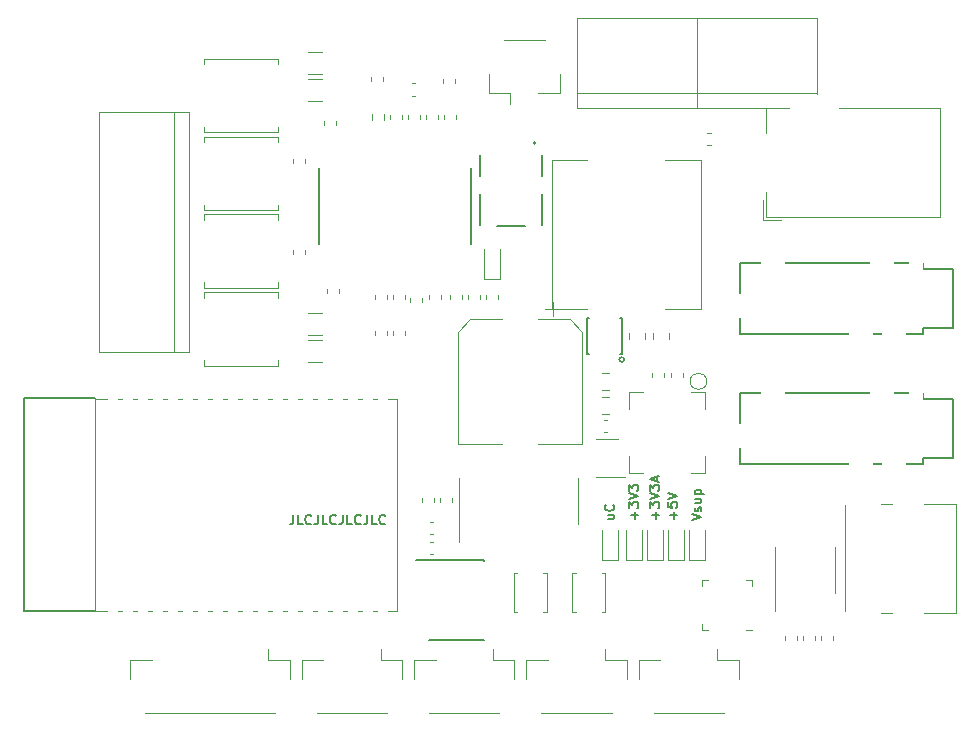
<source format=gbr>
G04 #@! TF.GenerationSoftware,KiCad,Pcbnew,(5.1.9)-1*
G04 #@! TF.CreationDate,2021-01-16T17:43:42+01:00*
G04 #@! TF.ProjectId,musical-box,6d757369-6361-46c2-9d62-6f782e6b6963,rev?*
G04 #@! TF.SameCoordinates,Original*
G04 #@! TF.FileFunction,Legend,Top*
G04 #@! TF.FilePolarity,Positive*
%FSLAX46Y46*%
G04 Gerber Fmt 4.6, Leading zero omitted, Abs format (unit mm)*
G04 Created by KiCad (PCBNEW (5.1.9)-1) date 2021-01-16 17:43:42*
%MOMM*%
%LPD*%
G01*
G04 APERTURE LIST*
%ADD10C,0.152400*%
%ADD11C,0.200000*%
%ADD12C,0.120000*%
%ADD13C,0.150000*%
%ADD14C,0.050000*%
%ADD15C,0.127000*%
%ADD16C,0.010000*%
%ADD17C,1.800000*%
%ADD18R,2.000000X2.500000*%
%ADD19R,2.900000X2.000000*%
%ADD20R,1.200000X2.500000*%
%ADD21C,0.600000*%
%ADD22R,0.270000X1.461200*%
%ADD23R,9.000000X3.900000*%
%ADD24C,0.800000*%
%ADD25R,5.000000X5.000000*%
%ADD26R,0.900000X3.000000*%
%ADD27C,0.100000*%
%ADD28R,0.350000X0.800000*%
%ADD29C,3.000000*%
%ADD30R,3.000000X3.000000*%
%ADD31C,1.000000*%
%ADD32R,1.700000X0.900000*%
%ADD33R,1.432000X0.622000*%
%ADD34R,1.432000X0.500000*%
%ADD35O,1.700000X0.900000*%
%ADD36O,2.400000X0.900000*%
%ADD37C,0.700000*%
%ADD38R,0.750000X1.000000*%
%ADD39R,5.400000X2.900000*%
%ADD40R,2.350000X5.100000*%
%ADD41C,3.200000*%
%ADD42R,1.000000X0.400000*%
%ADD43R,1.060000X0.650000*%
%ADD44R,2.700000X2.700000*%
%ADD45R,5.700000X1.600000*%
%ADD46R,1.800000X4.400000*%
%ADD47O,1.800000X4.000000*%
%ADD48O,4.000000X1.800000*%
%ADD49C,2.000000*%
G04 APERTURE END LIST*
D10*
X393259828Y-167341073D02*
X393801695Y-167341073D01*
X393259828Y-167689416D02*
X393685580Y-167689416D01*
X393762990Y-167650711D01*
X393801695Y-167573301D01*
X393801695Y-167457187D01*
X393762990Y-167379778D01*
X393724285Y-167341073D01*
X393724285Y-166489568D02*
X393762990Y-166528273D01*
X393801695Y-166644387D01*
X393801695Y-166721797D01*
X393762990Y-166837911D01*
X393685580Y-166915320D01*
X393608171Y-166954025D01*
X393453352Y-166992730D01*
X393337238Y-166992730D01*
X393182419Y-166954025D01*
X393105009Y-166915320D01*
X393027600Y-166837911D01*
X392988895Y-166721797D01*
X392988895Y-166644387D01*
X393027600Y-166528273D01*
X393066304Y-166489568D01*
X397302057Y-167689416D02*
X397302057Y-167070140D01*
X397611695Y-167379778D02*
X396992419Y-167379778D01*
X396798895Y-166760501D02*
X396798895Y-166257340D01*
X397108533Y-166528273D01*
X397108533Y-166412159D01*
X397147238Y-166334749D01*
X397185942Y-166296044D01*
X397263352Y-166257340D01*
X397456876Y-166257340D01*
X397534285Y-166296044D01*
X397572990Y-166334749D01*
X397611695Y-166412159D01*
X397611695Y-166644387D01*
X397572990Y-166721797D01*
X397534285Y-166760501D01*
X396798895Y-166025111D02*
X397611695Y-165754178D01*
X396798895Y-165483244D01*
X396798895Y-165289720D02*
X396798895Y-164786559D01*
X397108533Y-165057492D01*
X397108533Y-164941378D01*
X397147238Y-164863968D01*
X397185942Y-164825263D01*
X397263352Y-164786559D01*
X397456876Y-164786559D01*
X397534285Y-164825263D01*
X397572990Y-164863968D01*
X397611695Y-164941378D01*
X397611695Y-165173606D01*
X397572990Y-165251016D01*
X397534285Y-165289720D01*
X397379466Y-164476920D02*
X397379466Y-164089873D01*
X397611695Y-164554330D02*
X396798895Y-164283397D01*
X397611695Y-164012463D01*
X395524057Y-167689416D02*
X395524057Y-167070140D01*
X395833695Y-167379778D02*
X395214419Y-167379778D01*
X395020895Y-166760501D02*
X395020895Y-166257340D01*
X395330533Y-166528273D01*
X395330533Y-166412159D01*
X395369238Y-166334749D01*
X395407942Y-166296044D01*
X395485352Y-166257340D01*
X395678876Y-166257340D01*
X395756285Y-166296044D01*
X395794990Y-166334749D01*
X395833695Y-166412159D01*
X395833695Y-166644387D01*
X395794990Y-166721797D01*
X395756285Y-166760501D01*
X395020895Y-166025111D02*
X395833695Y-165754178D01*
X395020895Y-165483244D01*
X395020895Y-165289720D02*
X395020895Y-164786559D01*
X395330533Y-165057492D01*
X395330533Y-164941378D01*
X395369238Y-164863968D01*
X395407942Y-164825263D01*
X395485352Y-164786559D01*
X395678876Y-164786559D01*
X395756285Y-164825263D01*
X395794990Y-164863968D01*
X395833695Y-164941378D01*
X395833695Y-165173606D01*
X395794990Y-165251016D01*
X395756285Y-165289720D01*
X398826057Y-167689416D02*
X398826057Y-167070140D01*
X399135695Y-167379778D02*
X398516419Y-167379778D01*
X398322895Y-166296044D02*
X398322895Y-166683092D01*
X398709942Y-166721797D01*
X398671238Y-166683092D01*
X398632533Y-166605682D01*
X398632533Y-166412159D01*
X398671238Y-166334749D01*
X398709942Y-166296044D01*
X398787352Y-166257340D01*
X398980876Y-166257340D01*
X399058285Y-166296044D01*
X399096990Y-166334749D01*
X399135695Y-166412159D01*
X399135695Y-166605682D01*
X399096990Y-166683092D01*
X399058285Y-166721797D01*
X398322895Y-166025111D02*
X399135695Y-165754178D01*
X398322895Y-165483244D01*
X400354895Y-167805530D02*
X401167695Y-167534597D01*
X400354895Y-167263663D01*
X401128990Y-167031435D02*
X401167695Y-166954025D01*
X401167695Y-166799206D01*
X401128990Y-166721797D01*
X401051580Y-166683092D01*
X401012876Y-166683092D01*
X400935466Y-166721797D01*
X400896761Y-166799206D01*
X400896761Y-166915320D01*
X400858057Y-166992730D01*
X400780647Y-167031435D01*
X400741942Y-167031435D01*
X400664533Y-166992730D01*
X400625828Y-166915320D01*
X400625828Y-166799206D01*
X400664533Y-166721797D01*
X400625828Y-165986406D02*
X401167695Y-165986406D01*
X400625828Y-166334749D02*
X401051580Y-166334749D01*
X401128990Y-166296044D01*
X401167695Y-166218635D01*
X401167695Y-166102520D01*
X401128990Y-166025111D01*
X401090285Y-165986406D01*
X400625828Y-165599359D02*
X401438628Y-165599359D01*
X400664533Y-165599359D02*
X400625828Y-165521949D01*
X400625828Y-165367130D01*
X400664533Y-165289720D01*
X400703238Y-165251016D01*
X400780647Y-165212311D01*
X401012876Y-165212311D01*
X401090285Y-165251016D01*
X401128990Y-165289720D01*
X401167695Y-165367130D01*
X401167695Y-165521949D01*
X401128990Y-165599359D01*
D11*
X366629138Y-167346395D02*
X366629138Y-167926966D01*
X366590433Y-168043080D01*
X366513023Y-168120490D01*
X366396909Y-168159195D01*
X366319500Y-168159195D01*
X367403233Y-168159195D02*
X367016185Y-168159195D01*
X367016185Y-167346395D01*
X368138623Y-168081785D02*
X368099919Y-168120490D01*
X367983804Y-168159195D01*
X367906395Y-168159195D01*
X367790280Y-168120490D01*
X367712871Y-168043080D01*
X367674166Y-167965671D01*
X367635461Y-167810852D01*
X367635461Y-167694738D01*
X367674166Y-167539919D01*
X367712871Y-167462509D01*
X367790280Y-167385100D01*
X367906395Y-167346395D01*
X367983804Y-167346395D01*
X368099919Y-167385100D01*
X368138623Y-167423804D01*
X368719195Y-167346395D02*
X368719195Y-167926966D01*
X368680490Y-168043080D01*
X368603080Y-168120490D01*
X368486966Y-168159195D01*
X368409557Y-168159195D01*
X369493290Y-168159195D02*
X369106242Y-168159195D01*
X369106242Y-167346395D01*
X370228680Y-168081785D02*
X370189976Y-168120490D01*
X370073861Y-168159195D01*
X369996452Y-168159195D01*
X369880338Y-168120490D01*
X369802928Y-168043080D01*
X369764223Y-167965671D01*
X369725519Y-167810852D01*
X369725519Y-167694738D01*
X369764223Y-167539919D01*
X369802928Y-167462509D01*
X369880338Y-167385100D01*
X369996452Y-167346395D01*
X370073861Y-167346395D01*
X370189976Y-167385100D01*
X370228680Y-167423804D01*
X370809252Y-167346395D02*
X370809252Y-167926966D01*
X370770547Y-168043080D01*
X370693138Y-168120490D01*
X370577023Y-168159195D01*
X370499614Y-168159195D01*
X371583347Y-168159195D02*
X371196300Y-168159195D01*
X371196300Y-167346395D01*
X372318738Y-168081785D02*
X372280033Y-168120490D01*
X372163919Y-168159195D01*
X372086509Y-168159195D01*
X371970395Y-168120490D01*
X371892985Y-168043080D01*
X371854280Y-167965671D01*
X371815576Y-167810852D01*
X371815576Y-167694738D01*
X371854280Y-167539919D01*
X371892985Y-167462509D01*
X371970395Y-167385100D01*
X372086509Y-167346395D01*
X372163919Y-167346395D01*
X372280033Y-167385100D01*
X372318738Y-167423804D01*
X372899309Y-167346395D02*
X372899309Y-167926966D01*
X372860604Y-168043080D01*
X372783195Y-168120490D01*
X372667080Y-168159195D01*
X372589671Y-168159195D01*
X373673404Y-168159195D02*
X373286357Y-168159195D01*
X373286357Y-167346395D01*
X374408795Y-168081785D02*
X374370090Y-168120490D01*
X374253976Y-168159195D01*
X374176566Y-168159195D01*
X374060452Y-168120490D01*
X373983042Y-168043080D01*
X373944338Y-167965671D01*
X373905633Y-167810852D01*
X373905633Y-167694738D01*
X373944338Y-167539919D01*
X373983042Y-167462509D01*
X374060452Y-167385100D01*
X374176566Y-167346395D01*
X374253976Y-167346395D01*
X374370090Y-167385100D01*
X374408795Y-167423804D01*
D12*
X373245500Y-133402742D02*
X373245500Y-133877258D01*
X374290500Y-133402742D02*
X374290500Y-133877258D01*
D13*
X404451600Y-163000000D02*
X404451600Y-157000000D01*
X422451600Y-162500000D02*
X419951600Y-162500000D01*
X422451600Y-157500000D02*
X422451600Y-162500000D01*
X419951600Y-157500000D02*
X422451600Y-157500000D01*
X419951600Y-157000000D02*
X419951600Y-157500000D01*
X419951600Y-163000000D02*
X419951600Y-162500000D01*
X419951600Y-157000000D02*
X404451600Y-157000000D01*
X419951600Y-163000000D02*
X404451600Y-163000000D01*
X404451600Y-152000000D02*
X404451600Y-146000000D01*
X422451600Y-151500000D02*
X419951600Y-151500000D01*
X422451600Y-146500000D02*
X422451600Y-151500000D01*
X419951600Y-146500000D02*
X422451600Y-146500000D01*
X419951600Y-146000000D02*
X419951600Y-146500000D01*
X419951600Y-152000000D02*
X419951600Y-151500000D01*
X419951600Y-146000000D02*
X404451600Y-146000000D01*
X419951600Y-152000000D02*
X404451600Y-152000000D01*
D10*
X381642800Y-144423499D02*
X381642800Y-137969501D01*
X368788800Y-137969501D02*
X368788800Y-144423499D01*
D13*
X343843000Y-157487000D02*
X343843000Y-175521000D01*
X349812000Y-157487000D02*
X343843000Y-157487000D01*
X349812000Y-175521000D02*
X343843000Y-175521000D01*
D14*
X375397000Y-175504000D02*
X349867000Y-175504000D01*
X349867000Y-175504000D02*
X349867000Y-157504000D01*
X349867000Y-157504000D02*
X375397000Y-157504000D01*
X375397000Y-157504000D02*
X375397000Y-175504000D01*
D13*
X394621256Y-154190000D02*
G75*
G03*
X394621256Y-154190000I-195256J0D01*
G01*
X394276000Y-150715000D02*
X394451000Y-150715000D01*
X394276000Y-153715000D02*
X394451000Y-153715000D01*
X391451000Y-150715000D02*
X391626000Y-150715000D01*
X391451000Y-153715000D02*
X391626000Y-153715000D01*
X394451000Y-150715000D02*
X394451000Y-153715000D01*
X391451000Y-153715000D02*
X391451000Y-150715000D01*
D12*
X383210000Y-130015000D02*
X383210000Y-131615000D01*
X383210000Y-131615000D02*
X385010000Y-131615000D01*
X385010000Y-131615000D02*
X385010000Y-132555000D01*
X389180000Y-130015000D02*
X389180000Y-131615000D01*
X389180000Y-131615000D02*
X387380000Y-131615000D01*
X384480000Y-127145000D02*
X387910000Y-127145000D01*
X390640000Y-132930000D02*
X400800000Y-132930000D01*
X390640000Y-125310000D02*
X390640000Y-132930000D01*
X400800000Y-125310000D02*
X390640000Y-125310000D01*
X400800000Y-132930000D02*
X400800000Y-125310000D01*
X400800000Y-131660000D02*
X390640000Y-131660000D01*
X382728000Y-144869000D02*
X382728000Y-147354000D01*
X382728000Y-147354000D02*
X384098000Y-147354000D01*
X384098000Y-147354000D02*
X384098000Y-144869000D01*
X380554000Y-161304000D02*
X384304000Y-161304000D01*
X391074000Y-161304000D02*
X387324000Y-161304000D01*
X391074000Y-151848437D02*
X391074000Y-161304000D01*
X380554000Y-151848437D02*
X380554000Y-161304000D01*
X381618437Y-150784000D02*
X384304000Y-150784000D01*
X390009563Y-150784000D02*
X387324000Y-150784000D01*
X390009563Y-150784000D02*
X391074000Y-151848437D01*
X381618437Y-150784000D02*
X380554000Y-151848437D01*
X388574000Y-149294000D02*
X388574000Y-150544000D01*
X389199000Y-149919000D02*
X387949000Y-149919000D01*
X392890221Y-159344000D02*
X393215779Y-159344000D01*
X392890221Y-160364000D02*
X393215779Y-160364000D01*
X401627000Y-156044000D02*
G75*
G03*
X401627000Y-156044000I-700000J0D01*
G01*
X392791748Y-158811000D02*
X393314252Y-158811000D01*
X392791748Y-157341000D02*
X393314252Y-157341000D01*
X392791748Y-156779000D02*
X393314252Y-156779000D01*
X392791748Y-155309000D02*
X393314252Y-155309000D01*
X394781000Y-168642500D02*
X394781000Y-171127500D01*
X394781000Y-171127500D02*
X396151000Y-171127500D01*
X396151000Y-171127500D02*
X396151000Y-168642500D01*
X392756000Y-175601000D02*
X393056000Y-175601000D01*
X393056000Y-175601000D02*
X393056000Y-172301000D01*
X393056000Y-172301000D02*
X392756000Y-172301000D01*
X390556000Y-175601000D02*
X390256000Y-175601000D01*
X390256000Y-175601000D02*
X390256000Y-172301000D01*
X390256000Y-172301000D02*
X390556000Y-172301000D01*
X385603000Y-172301000D02*
X385303000Y-172301000D01*
X385303000Y-172301000D02*
X385303000Y-175601000D01*
X385303000Y-175601000D02*
X385603000Y-175601000D01*
X387803000Y-172301000D02*
X388103000Y-172301000D01*
X388103000Y-172301000D02*
X388103000Y-175601000D01*
X388103000Y-175601000D02*
X387803000Y-175601000D01*
X416420000Y-175620000D02*
X417320000Y-175620000D01*
X416420000Y-166430000D02*
X417320000Y-166430000D01*
X420020000Y-175620000D02*
X422750000Y-175620000D01*
X420020000Y-166430000D02*
X422750000Y-166430000D01*
X413340000Y-175500000D02*
X413340000Y-166550000D01*
X422750000Y-175620000D02*
X422750000Y-166430000D01*
X350190000Y-153540000D02*
X357810000Y-153540000D01*
X357810000Y-133220000D02*
X350190000Y-133220000D01*
X356540000Y-133220000D02*
X356540000Y-153540000D01*
X350190000Y-153540000D02*
X350190000Y-133220000D01*
X357810000Y-153540000D02*
X357810000Y-133220000D01*
X412516000Y-172007000D02*
X412516000Y-170057000D01*
X412516000Y-172007000D02*
X412516000Y-173957000D01*
X407396000Y-172007000D02*
X407396000Y-170057000D01*
X407396000Y-172007000D02*
X407396000Y-175457000D01*
D11*
X387152000Y-135852500D02*
G75*
G03*
X387152000Y-135852500I-100000J0D01*
G01*
D15*
X387652000Y-138627500D02*
X387652000Y-136902500D01*
X387652000Y-140172500D02*
X387652000Y-142802500D01*
X382452000Y-140172500D02*
X382452000Y-142802500D01*
X382452000Y-138627500D02*
X382452000Y-136902500D01*
X383842000Y-142897500D02*
X386262000Y-142897500D01*
D12*
X365040000Y-184110000D02*
X354110000Y-184110000D01*
X352840000Y-179640000D02*
X354640000Y-179640000D01*
X352840000Y-181240000D02*
X352840000Y-179640000D01*
X364510000Y-179640000D02*
X364510000Y-178700000D01*
X366310000Y-179640000D02*
X364510000Y-179640000D01*
X366310000Y-181240000D02*
X366310000Y-179640000D01*
X391531000Y-149898000D02*
X388531000Y-149898000D01*
X388531000Y-149898000D02*
X388531000Y-137298000D01*
X388531000Y-137298000D02*
X391531000Y-137298000D01*
X398131000Y-137298000D02*
X401131000Y-137298000D01*
X401131000Y-137298000D02*
X401131000Y-149898000D01*
X401131000Y-149898000D02*
X398131000Y-149898000D01*
X365292000Y-134946000D02*
X359092000Y-134946000D01*
X359092000Y-134946000D02*
X359092000Y-134496000D01*
X359092000Y-128746000D02*
X365292000Y-128746000D01*
X359092000Y-128746000D02*
X359092000Y-129196000D01*
X365292000Y-128746000D02*
X365292000Y-129196000D01*
X365292000Y-134946000D02*
X365292000Y-134496000D01*
X365292000Y-141550000D02*
X359092000Y-141550000D01*
X359092000Y-141550000D02*
X359092000Y-141100000D01*
X359092000Y-135350000D02*
X365292000Y-135350000D01*
X359092000Y-135350000D02*
X359092000Y-135800000D01*
X365292000Y-135350000D02*
X365292000Y-135800000D01*
X365292000Y-141550000D02*
X365292000Y-141100000D01*
X365300000Y-148100000D02*
X359100000Y-148100000D01*
X359100000Y-148100000D02*
X359100000Y-147650000D01*
X359100000Y-141900000D02*
X365300000Y-141900000D01*
X359100000Y-141900000D02*
X359100000Y-142350000D01*
X365300000Y-141900000D02*
X365300000Y-142350000D01*
X365300000Y-148100000D02*
X365300000Y-147650000D01*
X365292000Y-154700000D02*
X359092000Y-154700000D01*
X359092000Y-154700000D02*
X359092000Y-154250000D01*
X359092000Y-148500000D02*
X365292000Y-148500000D01*
X359092000Y-148500000D02*
X359092000Y-148950000D01*
X365292000Y-148500000D02*
X365292000Y-148950000D01*
X365292000Y-154700000D02*
X365292000Y-154250000D01*
D13*
X382751000Y-171136000D02*
X382751000Y-171236000D01*
X382751000Y-177961000D02*
X382751000Y-177936000D01*
X378101000Y-177961000D02*
X378101000Y-177936000D01*
X377026000Y-171136000D02*
X382751000Y-171136000D01*
X378101000Y-177961000D02*
X382751000Y-177961000D01*
D12*
X390747000Y-166204000D02*
X390747000Y-164254000D01*
X390747000Y-166204000D02*
X390747000Y-168154000D01*
X380627000Y-166204000D02*
X380627000Y-164254000D01*
X380627000Y-166204000D02*
X380627000Y-169654000D01*
X394080000Y-160911000D02*
X392280000Y-160911000D01*
X392280000Y-164131000D02*
X394730000Y-164131000D01*
X401705000Y-177077000D02*
X401230000Y-177077000D01*
X401230000Y-177077000D02*
X401230000Y-176602000D01*
X404975000Y-172857000D02*
X405450000Y-172857000D01*
X405450000Y-172857000D02*
X405450000Y-173332000D01*
X401705000Y-172857000D02*
X401230000Y-172857000D01*
X401230000Y-172857000D02*
X401230000Y-173332000D01*
X404975000Y-177077000D02*
X405450000Y-177077000D01*
X373239000Y-130616279D02*
X373239000Y-130290721D01*
X374259000Y-130616279D02*
X374259000Y-130290721D01*
X374532000Y-148717221D02*
X374532000Y-149042779D01*
X373512000Y-148717221D02*
X373512000Y-149042779D01*
X375048000Y-152115779D02*
X375048000Y-151790221D01*
X376068000Y-152115779D02*
X376068000Y-151790221D01*
X378483779Y-169000000D02*
X378158221Y-169000000D01*
X378483779Y-167980000D02*
X378158221Y-167980000D01*
X408291000Y-177922779D02*
X408291000Y-177597221D01*
X409311000Y-177922779D02*
X409311000Y-177597221D01*
X410835000Y-177597221D02*
X410835000Y-177922779D01*
X409815000Y-177597221D02*
X409815000Y-177922779D01*
X382406000Y-148717221D02*
X382406000Y-149042779D01*
X381386000Y-148717221D02*
X381386000Y-149042779D01*
X380882000Y-148717221D02*
X380882000Y-149042779D01*
X379862000Y-148717221D02*
X379862000Y-149042779D01*
X383930000Y-148717221D02*
X383930000Y-149042779D01*
X382910000Y-148717221D02*
X382910000Y-149042779D01*
X395060000Y-163762000D02*
X396260000Y-163762000D01*
X395060000Y-163762000D02*
X395060000Y-162362000D01*
X395060000Y-156962000D02*
X395060000Y-158362000D01*
X395060000Y-156962000D02*
X396260000Y-156962000D01*
X401460000Y-156962000D02*
X400260000Y-156962000D01*
X401460000Y-163762000D02*
X400260000Y-163762000D01*
X401460000Y-156962000D02*
X401460000Y-158362000D01*
X401460000Y-163762000D02*
X401460000Y-162362000D01*
X385338000Y-181240000D02*
X385338000Y-179640000D01*
X385338000Y-179640000D02*
X383538000Y-179640000D01*
X383538000Y-179640000D02*
X383538000Y-178700000D01*
X376868000Y-181240000D02*
X376868000Y-179640000D01*
X376868000Y-179640000D02*
X378668000Y-179640000D01*
X384068000Y-184110000D02*
X378138000Y-184110000D01*
X404335000Y-181240000D02*
X404335000Y-179640000D01*
X404335000Y-179640000D02*
X402535000Y-179640000D01*
X402535000Y-179640000D02*
X402535000Y-178700000D01*
X395865000Y-181240000D02*
X395865000Y-179640000D01*
X395865000Y-179640000D02*
X397665000Y-179640000D01*
X403065000Y-184110000D02*
X397135000Y-184110000D01*
X375810000Y-181240000D02*
X375810000Y-179640000D01*
X375810000Y-179640000D02*
X374010000Y-179640000D01*
X374010000Y-179640000D02*
X374010000Y-178700000D01*
X367340000Y-181240000D02*
X367340000Y-179640000D01*
X367340000Y-179640000D02*
X369140000Y-179640000D01*
X374540000Y-184110000D02*
X368610000Y-184110000D01*
X394835000Y-181240000D02*
X394835000Y-179640000D01*
X394835000Y-179640000D02*
X393035000Y-179640000D01*
X393035000Y-179640000D02*
X393035000Y-178700000D01*
X386365000Y-181240000D02*
X386365000Y-179640000D01*
X386365000Y-179640000D02*
X388165000Y-179640000D01*
X393565000Y-184110000D02*
X387635000Y-184110000D01*
X412858000Y-132902000D02*
X421358000Y-132902000D01*
X421358000Y-132902000D02*
X421358000Y-142102000D01*
X421358000Y-142102000D02*
X406658000Y-142102000D01*
X406658000Y-135002000D02*
X406658000Y-132902000D01*
X406658000Y-132902000D02*
X408458000Y-132902000D01*
X406358000Y-140702000D02*
X406358000Y-142402000D01*
X406358000Y-142402000D02*
X407958000Y-142402000D01*
X406658000Y-142102000D02*
X406658000Y-140002000D01*
X410960000Y-131660000D02*
X400800000Y-131660000D01*
X410960000Y-132930000D02*
X410960000Y-125310000D01*
X410960000Y-125310000D02*
X400800000Y-125310000D01*
X400800000Y-125310000D02*
X400800000Y-132930000D01*
X400800000Y-132930000D02*
X410960000Y-132930000D01*
X396559000Y-168642500D02*
X396559000Y-171127500D01*
X396559000Y-171127500D02*
X397929000Y-171127500D01*
X397929000Y-171127500D02*
X397929000Y-168642500D01*
X398337000Y-168642500D02*
X398337000Y-171127500D01*
X398337000Y-171127500D02*
X399707000Y-171127500D01*
X399707000Y-171127500D02*
X399707000Y-168642500D01*
X400115000Y-168642500D02*
X400115000Y-171127500D01*
X400115000Y-171127500D02*
X401485000Y-171127500D01*
X401485000Y-171127500D02*
X401485000Y-168642500D01*
X392749000Y-168642500D02*
X392749000Y-171127500D01*
X392749000Y-171127500D02*
X394119000Y-171127500D01*
X394119000Y-171127500D02*
X394119000Y-168642500D01*
X369036064Y-129978000D02*
X367831936Y-129978000D01*
X369036064Y-128158000D02*
X367831936Y-128158000D01*
X369036064Y-132264000D02*
X367831936Y-132264000D01*
X369036064Y-130444000D02*
X367831936Y-130444000D01*
X370214000Y-133985221D02*
X370214000Y-134310779D01*
X369194000Y-133985221D02*
X369194000Y-134310779D01*
X374788400Y-133803979D02*
X374788400Y-133478421D01*
X375808400Y-133803979D02*
X375808400Y-133478421D01*
X379354000Y-133802779D02*
X379354000Y-133477221D01*
X380374000Y-133802779D02*
X380374000Y-133477221D01*
X374278000Y-133477221D02*
X374278000Y-133802779D01*
X373258000Y-133477221D02*
X373258000Y-133802779D01*
X376306000Y-133802779D02*
X376306000Y-133477221D01*
X377326000Y-133802779D02*
X377326000Y-133477221D01*
X377830000Y-133802779D02*
X377830000Y-133477221D01*
X378850000Y-133802779D02*
X378850000Y-133477221D01*
X380355000Y-130481221D02*
X380355000Y-130806779D01*
X379335000Y-130481221D02*
X379335000Y-130806779D01*
X367655000Y-137212221D02*
X367655000Y-137537779D01*
X366635000Y-137212221D02*
X366635000Y-137537779D01*
X366635000Y-145284779D02*
X366635000Y-144959221D01*
X367655000Y-145284779D02*
X367655000Y-144959221D01*
X375036000Y-149042779D02*
X375036000Y-148717221D01*
X376056000Y-149042779D02*
X376056000Y-148717221D01*
X376541000Y-149348779D02*
X376541000Y-149023221D01*
X377561000Y-149348779D02*
X377561000Y-149023221D01*
X379104000Y-148717221D02*
X379104000Y-149042779D01*
X378084000Y-148717221D02*
X378084000Y-149042779D01*
X369036064Y-154399000D02*
X367831936Y-154399000D01*
X369036064Y-152579000D02*
X367831936Y-152579000D01*
X369036064Y-152076000D02*
X367831936Y-152076000D01*
X369036064Y-150256000D02*
X367831936Y-150256000D01*
X369448000Y-148534779D02*
X369448000Y-148209221D01*
X370468000Y-148534779D02*
X370468000Y-148209221D01*
X374544000Y-151790221D02*
X374544000Y-152115779D01*
X373524000Y-151790221D02*
X373524000Y-152115779D01*
X376959779Y-131838500D02*
X376634221Y-131838500D01*
X376959779Y-130818500D02*
X376634221Y-130818500D01*
X378158221Y-169631000D02*
X378483779Y-169631000D01*
X378158221Y-170651000D02*
X378483779Y-170651000D01*
X380101000Y-165914221D02*
X380101000Y-166239779D01*
X379081000Y-165914221D02*
X379081000Y-166239779D01*
X378577000Y-165914221D02*
X378577000Y-166239779D01*
X377557000Y-165914221D02*
X377557000Y-166239779D01*
X399659000Y-155309721D02*
X399659000Y-155635279D01*
X398639000Y-155309721D02*
X398639000Y-155635279D01*
X398008000Y-155309721D02*
X398008000Y-155635279D01*
X396988000Y-155309721D02*
X396988000Y-155635279D01*
X412359000Y-177597221D02*
X412359000Y-177922779D01*
X411339000Y-177597221D02*
X411339000Y-177922779D01*
X397042000Y-152492578D02*
X397042000Y-151975422D01*
X398462000Y-152492578D02*
X398462000Y-151975422D01*
X401978779Y-135994000D02*
X401653221Y-135994000D01*
X401978779Y-134974000D02*
X401653221Y-134974000D01*
X395010000Y-152492578D02*
X395010000Y-151975422D01*
X396430000Y-152492578D02*
X396430000Y-151975422D01*
%LPC*%
D16*
G36*
X382672000Y-138422500D02*
G01*
X387432000Y-138422500D01*
X387432000Y-138847500D01*
X387927000Y-138847500D01*
X387927000Y-139952500D01*
X387432000Y-139952500D01*
X387432000Y-143152500D01*
X386482000Y-143152500D01*
X386482000Y-142677500D01*
X383622000Y-142677500D01*
X383622000Y-143152500D01*
X382672000Y-143152500D01*
X382672000Y-139952500D01*
X382177000Y-139952500D01*
X382177000Y-138847500D01*
X382672000Y-138847500D01*
X382672000Y-138422500D01*
G37*
X382672000Y-138422500D02*
X387432000Y-138422500D01*
X387432000Y-138847500D01*
X387927000Y-138847500D01*
X387927000Y-139952500D01*
X387432000Y-139952500D01*
X387432000Y-143152500D01*
X386482000Y-143152500D01*
X386482000Y-142677500D01*
X383622000Y-142677500D01*
X383622000Y-143152500D01*
X382672000Y-143152500D01*
X382672000Y-139952500D01*
X382177000Y-139952500D01*
X382177000Y-138847500D01*
X382672000Y-138847500D01*
X382672000Y-138422500D01*
G36*
G01*
X373493000Y-134065000D02*
X374043000Y-134065000D01*
G75*
G02*
X374243000Y-134265000I0J-200000D01*
G01*
X374243000Y-134665000D01*
G75*
G02*
X374043000Y-134865000I-200000J0D01*
G01*
X373493000Y-134865000D01*
G75*
G02*
X373293000Y-134665000I0J200000D01*
G01*
X373293000Y-134265000D01*
G75*
G02*
X373493000Y-134065000I200000J0D01*
G01*
G37*
G36*
G01*
X373493000Y-132415000D02*
X374043000Y-132415000D01*
G75*
G02*
X374243000Y-132615000I0J-200000D01*
G01*
X374243000Y-133015000D01*
G75*
G02*
X374043000Y-133215000I-200000J0D01*
G01*
X373493000Y-133215000D01*
G75*
G02*
X373293000Y-133015000I0J200000D01*
G01*
X373293000Y-132615000D01*
G75*
G02*
X373493000Y-132415000I200000J0D01*
G01*
G37*
D17*
X408451600Y-160000000D03*
X415451600Y-160000000D03*
D18*
X417451600Y-163450000D03*
X407251600Y-156550000D03*
D19*
X403301600Y-160650000D03*
D18*
X414651600Y-163450000D03*
X416451600Y-156550000D03*
D20*
X419351600Y-156550000D03*
D17*
X408451600Y-149000000D03*
X415451600Y-149000000D03*
D18*
X417451600Y-152450000D03*
X407251600Y-145550000D03*
D19*
X403301600Y-149650000D03*
D18*
X414651600Y-152450000D03*
X416451600Y-145550000D03*
D20*
X419351600Y-145550000D03*
D21*
X379115800Y-141196500D03*
X379115800Y-142496500D03*
X379115800Y-139896500D03*
X377815800Y-141196500D03*
X377815800Y-142496500D03*
X377815800Y-139896500D03*
X376515800Y-141196500D03*
X376515800Y-142496500D03*
X376515800Y-139896500D03*
X375215800Y-141196500D03*
X375215800Y-142496500D03*
X375215800Y-139896500D03*
X373915800Y-141196500D03*
X373915800Y-142496500D03*
X373915800Y-139896500D03*
X372615800Y-141196500D03*
X372615800Y-142496500D03*
X372615800Y-139896500D03*
D22*
X369465801Y-144971501D03*
X369965800Y-144971501D03*
X370465799Y-144971501D03*
X370965801Y-144971501D03*
X371465800Y-144971501D03*
X371965799Y-144971501D03*
X372465800Y-144971501D03*
X372965799Y-144971501D03*
X373465801Y-144971501D03*
X373965800Y-144971501D03*
X374465799Y-144971501D03*
X374965800Y-144971501D03*
X375465800Y-144971501D03*
X375965801Y-144971501D03*
X376465800Y-144971501D03*
X376965799Y-144971501D03*
X377465801Y-144971501D03*
X377965800Y-144971501D03*
X378465801Y-144971501D03*
X378965800Y-144971501D03*
X379465799Y-144971501D03*
X379965801Y-144971501D03*
X380465800Y-144971501D03*
X380965801Y-144971501D03*
X380965799Y-137421499D03*
X380465800Y-137421499D03*
X379965801Y-137421499D03*
X379465799Y-137421499D03*
X378965800Y-137421499D03*
X378465799Y-137421499D03*
X377965800Y-137421499D03*
X377465801Y-137421499D03*
X376965799Y-137421499D03*
X376465800Y-137421499D03*
X375965798Y-137421499D03*
X375465800Y-137421499D03*
X374965800Y-137421499D03*
X374465799Y-137421499D03*
X373965800Y-137421499D03*
X373465801Y-137421499D03*
X372965799Y-137421499D03*
X372465800Y-137421499D03*
X371965799Y-137421499D03*
X371465800Y-137421499D03*
X370965801Y-137421499D03*
X370465799Y-137421499D03*
X369965800Y-137421499D03*
X369465799Y-137421499D03*
D23*
X375215800Y-141196500D03*
D21*
X371315800Y-142496500D03*
X371315800Y-141196500D03*
X371315800Y-139896500D03*
D24*
X357567000Y-166304000D03*
X360167000Y-166304000D03*
X358867000Y-166304000D03*
X356267000Y-166304000D03*
X358867000Y-165004000D03*
X357567000Y-165004000D03*
X360167000Y-165004000D03*
X356267000Y-165004000D03*
X357567000Y-167604000D03*
X360167000Y-167604000D03*
X358867000Y-167604000D03*
X356267000Y-167604000D03*
X360167000Y-168904000D03*
X358867000Y-168904000D03*
X357567000Y-168904000D03*
X356267000Y-168904000D03*
D25*
X358277000Y-166904000D03*
D26*
X351357000Y-175504000D03*
X352627000Y-175504000D03*
X353897000Y-175504000D03*
X355167000Y-175504000D03*
X356437000Y-175504000D03*
X357707000Y-175504000D03*
X358977000Y-175504000D03*
X360247000Y-175504000D03*
X361517000Y-175504000D03*
X362787000Y-175504000D03*
X364057000Y-175504000D03*
X365327000Y-175504000D03*
X366597000Y-175504000D03*
X367867000Y-175504000D03*
X369167000Y-175504000D03*
X370437000Y-175504000D03*
X371707000Y-175504000D03*
X372977000Y-175504000D03*
X374247000Y-175504000D03*
X374247000Y-157504000D03*
X372977000Y-157504000D03*
X371707000Y-157504000D03*
X370437000Y-157504000D03*
X369167000Y-157504000D03*
X367867000Y-157474000D03*
X366597000Y-157474000D03*
X365327000Y-157474000D03*
X364057000Y-157474000D03*
X362787000Y-157474000D03*
X361517000Y-157474000D03*
X360247000Y-157474000D03*
X358977000Y-157474000D03*
X357707000Y-157474000D03*
X356437000Y-157474000D03*
X355167000Y-157474000D03*
X353897000Y-157474000D03*
X352627000Y-157474000D03*
X351357000Y-157474000D03*
D27*
G36*
X392096000Y-150715000D02*
G01*
X392096000Y-151065000D01*
X392416000Y-151065000D01*
X392416000Y-150715000D01*
X392766000Y-150715000D01*
X392766000Y-151065000D01*
X393086000Y-151065000D01*
X393086000Y-150715000D01*
X393436000Y-150715000D01*
X393436000Y-151065000D01*
X393756000Y-151065000D01*
X393756000Y-150715000D01*
X394106000Y-150715000D01*
X394106000Y-152615000D01*
X391746000Y-152615000D01*
X391746000Y-150715000D01*
X392096000Y-150715000D01*
G37*
G36*
X393431000Y-152965000D02*
G01*
X393431000Y-153765000D01*
X393081000Y-153765000D01*
X393081000Y-153415000D01*
X392761000Y-153415000D01*
X392761000Y-153765000D01*
X392411000Y-153765000D01*
X392411000Y-153415000D01*
X392091000Y-153415000D01*
X392091000Y-153765000D01*
X391751000Y-153765000D01*
X391751000Y-152965000D01*
X393431000Y-152965000D01*
G37*
D28*
X393931000Y-153365000D03*
G36*
G01*
X388170000Y-129505000D02*
X388170000Y-127205000D01*
G75*
G02*
X388420000Y-126955000I250000J0D01*
G01*
X388920000Y-126955000D01*
G75*
G02*
X389170000Y-127205000I0J-250000D01*
G01*
X389170000Y-129505000D01*
G75*
G02*
X388920000Y-129755000I-250000J0D01*
G01*
X388420000Y-129755000D01*
G75*
G02*
X388170000Y-129505000I0J250000D01*
G01*
G37*
G36*
G01*
X383220000Y-129505000D02*
X383220000Y-127205000D01*
G75*
G02*
X383470000Y-126955000I250000J0D01*
G01*
X383970000Y-126955000D01*
G75*
G02*
X384220000Y-127205000I0J-250000D01*
G01*
X384220000Y-129505000D01*
G75*
G02*
X383970000Y-129755000I-250000J0D01*
G01*
X383470000Y-129755000D01*
G75*
G02*
X383220000Y-129505000I0J250000D01*
G01*
G37*
G36*
G01*
X386520000Y-132405000D02*
X386520000Y-131005000D01*
G75*
G02*
X386670000Y-130855000I150000J0D01*
G01*
X386970000Y-130855000D01*
G75*
G02*
X387120000Y-131005000I0J-150000D01*
G01*
X387120000Y-132405000D01*
G75*
G02*
X386970000Y-132555000I-150000J0D01*
G01*
X386670000Y-132555000D01*
G75*
G02*
X386520000Y-132405000I0J150000D01*
G01*
G37*
G36*
G01*
X385270000Y-132405000D02*
X385270000Y-131005000D01*
G75*
G02*
X385420000Y-130855000I150000J0D01*
G01*
X385720000Y-130855000D01*
G75*
G02*
X385870000Y-131005000I0J-150000D01*
G01*
X385870000Y-132405000D01*
G75*
G02*
X385720000Y-132555000I-150000J0D01*
G01*
X385420000Y-132555000D01*
G75*
G02*
X385270000Y-132405000I0J150000D01*
G01*
G37*
D29*
X398260000Y-129120000D03*
D30*
X393180000Y-129120000D03*
G36*
G01*
X383625500Y-145469000D02*
X383200500Y-145469000D01*
G75*
G02*
X382988000Y-145256500I0J212500D01*
G01*
X382988000Y-144456500D01*
G75*
G02*
X383200500Y-144244000I212500J0D01*
G01*
X383625500Y-144244000D01*
G75*
G02*
X383838000Y-144456500I0J-212500D01*
G01*
X383838000Y-145256500D01*
G75*
G02*
X383625500Y-145469000I-212500J0D01*
G01*
G37*
G36*
G01*
X383625500Y-147094000D02*
X383200500Y-147094000D01*
G75*
G02*
X382988000Y-146881500I0J212500D01*
G01*
X382988000Y-146081500D01*
G75*
G02*
X383200500Y-145869000I212500J0D01*
G01*
X383625500Y-145869000D01*
G75*
G02*
X383838000Y-146081500I0J-212500D01*
G01*
X383838000Y-146881500D01*
G75*
G02*
X383625500Y-147094000I-212500J0D01*
G01*
G37*
G36*
G01*
X384814000Y-158044000D02*
X386814000Y-158044000D01*
G75*
G02*
X387064000Y-158294000I0J-250000D01*
G01*
X387064000Y-161794000D01*
G75*
G02*
X386814000Y-162044000I-250000J0D01*
G01*
X384814000Y-162044000D01*
G75*
G02*
X384564000Y-161794000I0J250000D01*
G01*
X384564000Y-158294000D01*
G75*
G02*
X384814000Y-158044000I250000J0D01*
G01*
G37*
G36*
G01*
X384814000Y-150044000D02*
X386814000Y-150044000D01*
G75*
G02*
X387064000Y-150294000I0J-250000D01*
G01*
X387064000Y-153794000D01*
G75*
G02*
X386814000Y-154044000I-250000J0D01*
G01*
X384814000Y-154044000D01*
G75*
G02*
X384564000Y-153794000I0J250000D01*
G01*
X384564000Y-150294000D01*
G75*
G02*
X384814000Y-150044000I250000J0D01*
G01*
G37*
G36*
G01*
X393403000Y-160110250D02*
X393403000Y-159597750D01*
G75*
G02*
X393621750Y-159379000I218750J0D01*
G01*
X394059250Y-159379000D01*
G75*
G02*
X394278000Y-159597750I0J-218750D01*
G01*
X394278000Y-160110250D01*
G75*
G02*
X394059250Y-160329000I-218750J0D01*
G01*
X393621750Y-160329000D01*
G75*
G02*
X393403000Y-160110250I0J218750D01*
G01*
G37*
G36*
G01*
X391828000Y-160110250D02*
X391828000Y-159597750D01*
G75*
G02*
X392046750Y-159379000I218750J0D01*
G01*
X392484250Y-159379000D01*
G75*
G02*
X392703000Y-159597750I0J-218750D01*
G01*
X392703000Y-160110250D01*
G75*
G02*
X392484250Y-160329000I-218750J0D01*
G01*
X392046750Y-160329000D01*
G75*
G02*
X391828000Y-160110250I0J218750D01*
G01*
G37*
D31*
X400927000Y-156044000D03*
G36*
G01*
X393503000Y-158551000D02*
X393503000Y-157601000D01*
G75*
G02*
X393753000Y-157351000I250000J0D01*
G01*
X394253000Y-157351000D01*
G75*
G02*
X394503000Y-157601000I0J-250000D01*
G01*
X394503000Y-158551000D01*
G75*
G02*
X394253000Y-158801000I-250000J0D01*
G01*
X393753000Y-158801000D01*
G75*
G02*
X393503000Y-158551000I0J250000D01*
G01*
G37*
G36*
G01*
X391603000Y-158551000D02*
X391603000Y-157601000D01*
G75*
G02*
X391853000Y-157351000I250000J0D01*
G01*
X392353000Y-157351000D01*
G75*
G02*
X392603000Y-157601000I0J-250000D01*
G01*
X392603000Y-158551000D01*
G75*
G02*
X392353000Y-158801000I-250000J0D01*
G01*
X391853000Y-158801000D01*
G75*
G02*
X391603000Y-158551000I0J250000D01*
G01*
G37*
G36*
G01*
X393503000Y-156519000D02*
X393503000Y-155569000D01*
G75*
G02*
X393753000Y-155319000I250000J0D01*
G01*
X394253000Y-155319000D01*
G75*
G02*
X394503000Y-155569000I0J-250000D01*
G01*
X394503000Y-156519000D01*
G75*
G02*
X394253000Y-156769000I-250000J0D01*
G01*
X393753000Y-156769000D01*
G75*
G02*
X393503000Y-156519000I0J250000D01*
G01*
G37*
G36*
G01*
X391603000Y-156519000D02*
X391603000Y-155569000D01*
G75*
G02*
X391853000Y-155319000I250000J0D01*
G01*
X392353000Y-155319000D01*
G75*
G02*
X392603000Y-155569000I0J-250000D01*
G01*
X392603000Y-156519000D01*
G75*
G02*
X392353000Y-156769000I-250000J0D01*
G01*
X391853000Y-156769000D01*
G75*
G02*
X391603000Y-156519000I0J250000D01*
G01*
G37*
G36*
G01*
X395678500Y-169242500D02*
X395253500Y-169242500D01*
G75*
G02*
X395041000Y-169030000I0J212500D01*
G01*
X395041000Y-168230000D01*
G75*
G02*
X395253500Y-168017500I212500J0D01*
G01*
X395678500Y-168017500D01*
G75*
G02*
X395891000Y-168230000I0J-212500D01*
G01*
X395891000Y-169030000D01*
G75*
G02*
X395678500Y-169242500I-212500J0D01*
G01*
G37*
G36*
G01*
X395678500Y-170867500D02*
X395253500Y-170867500D01*
G75*
G02*
X395041000Y-170655000I0J212500D01*
G01*
X395041000Y-169855000D01*
G75*
G02*
X395253500Y-169642500I212500J0D01*
G01*
X395678500Y-169642500D01*
G75*
G02*
X395891000Y-169855000I0J-212500D01*
G01*
X395891000Y-170655000D01*
G75*
G02*
X395678500Y-170867500I-212500J0D01*
G01*
G37*
D32*
X391656000Y-172251000D03*
X391656000Y-175651000D03*
X386703000Y-175651000D03*
X386703000Y-172251000D03*
D33*
X411375000Y-181068000D03*
D34*
X411375000Y-181952000D03*
D33*
X411375000Y-182836000D03*
X408767000Y-182836000D03*
D34*
X408767000Y-181952000D03*
D33*
X408767000Y-181068000D03*
D35*
X418380000Y-166700000D03*
X418380000Y-175350000D03*
D36*
X415000000Y-166700000D03*
X415000000Y-175350000D03*
D37*
X415370000Y-170600000D03*
X415370000Y-168050000D03*
X415370000Y-168900000D03*
X415370000Y-169750000D03*
X415370000Y-174000000D03*
X415370000Y-172300000D03*
X415370000Y-171450000D03*
X415370000Y-173150000D03*
X414020000Y-168050000D03*
X414020000Y-168900000D03*
X414020000Y-169750000D03*
X414020000Y-170600000D03*
X414020000Y-171450000D03*
X414020000Y-172300000D03*
X414020000Y-173150000D03*
X414020000Y-174000000D03*
D29*
X354000000Y-135760000D03*
D30*
X354000000Y-151000000D03*
D29*
X354000000Y-140840000D03*
X354000000Y-145920000D03*
G36*
G01*
X408201000Y-170507000D02*
X407901000Y-170507000D01*
G75*
G02*
X407751000Y-170357000I0J150000D01*
G01*
X407751000Y-168707000D01*
G75*
G02*
X407901000Y-168557000I150000J0D01*
G01*
X408201000Y-168557000D01*
G75*
G02*
X408351000Y-168707000I0J-150000D01*
G01*
X408351000Y-170357000D01*
G75*
G02*
X408201000Y-170507000I-150000J0D01*
G01*
G37*
G36*
G01*
X409471000Y-170507000D02*
X409171000Y-170507000D01*
G75*
G02*
X409021000Y-170357000I0J150000D01*
G01*
X409021000Y-168707000D01*
G75*
G02*
X409171000Y-168557000I150000J0D01*
G01*
X409471000Y-168557000D01*
G75*
G02*
X409621000Y-168707000I0J-150000D01*
G01*
X409621000Y-170357000D01*
G75*
G02*
X409471000Y-170507000I-150000J0D01*
G01*
G37*
G36*
G01*
X410741000Y-170507000D02*
X410441000Y-170507000D01*
G75*
G02*
X410291000Y-170357000I0J150000D01*
G01*
X410291000Y-168707000D01*
G75*
G02*
X410441000Y-168557000I150000J0D01*
G01*
X410741000Y-168557000D01*
G75*
G02*
X410891000Y-168707000I0J-150000D01*
G01*
X410891000Y-170357000D01*
G75*
G02*
X410741000Y-170507000I-150000J0D01*
G01*
G37*
G36*
G01*
X412011000Y-170507000D02*
X411711000Y-170507000D01*
G75*
G02*
X411561000Y-170357000I0J150000D01*
G01*
X411561000Y-168707000D01*
G75*
G02*
X411711000Y-168557000I150000J0D01*
G01*
X412011000Y-168557000D01*
G75*
G02*
X412161000Y-168707000I0J-150000D01*
G01*
X412161000Y-170357000D01*
G75*
G02*
X412011000Y-170507000I-150000J0D01*
G01*
G37*
G36*
G01*
X412011000Y-175457000D02*
X411711000Y-175457000D01*
G75*
G02*
X411561000Y-175307000I0J150000D01*
G01*
X411561000Y-173657000D01*
G75*
G02*
X411711000Y-173507000I150000J0D01*
G01*
X412011000Y-173507000D01*
G75*
G02*
X412161000Y-173657000I0J-150000D01*
G01*
X412161000Y-175307000D01*
G75*
G02*
X412011000Y-175457000I-150000J0D01*
G01*
G37*
G36*
G01*
X410741000Y-175457000D02*
X410441000Y-175457000D01*
G75*
G02*
X410291000Y-175307000I0J150000D01*
G01*
X410291000Y-173657000D01*
G75*
G02*
X410441000Y-173507000I150000J0D01*
G01*
X410741000Y-173507000D01*
G75*
G02*
X410891000Y-173657000I0J-150000D01*
G01*
X410891000Y-175307000D01*
G75*
G02*
X410741000Y-175457000I-150000J0D01*
G01*
G37*
G36*
G01*
X409471000Y-175457000D02*
X409171000Y-175457000D01*
G75*
G02*
X409021000Y-175307000I0J150000D01*
G01*
X409021000Y-173657000D01*
G75*
G02*
X409171000Y-173507000I150000J0D01*
G01*
X409471000Y-173507000D01*
G75*
G02*
X409621000Y-173657000I0J-150000D01*
G01*
X409621000Y-175307000D01*
G75*
G02*
X409471000Y-175457000I-150000J0D01*
G01*
G37*
G36*
G01*
X408201000Y-175457000D02*
X407901000Y-175457000D01*
G75*
G02*
X407751000Y-175307000I0J150000D01*
G01*
X407751000Y-173657000D01*
G75*
G02*
X407901000Y-173507000I150000J0D01*
G01*
X408201000Y-173507000D01*
G75*
G02*
X408351000Y-173657000I0J-150000D01*
G01*
X408351000Y-175307000D01*
G75*
G02*
X408201000Y-175457000I-150000J0D01*
G01*
G37*
D38*
X386957000Y-137057500D03*
X383147000Y-137057500D03*
X385687000Y-137057500D03*
X384417000Y-137057500D03*
G36*
G01*
X353850000Y-181750000D02*
X353850000Y-184050000D01*
G75*
G02*
X353600000Y-184300000I-250000J0D01*
G01*
X353100000Y-184300000D01*
G75*
G02*
X352850000Y-184050000I0J250000D01*
G01*
X352850000Y-181750000D01*
G75*
G02*
X353100000Y-181500000I250000J0D01*
G01*
X353600000Y-181500000D01*
G75*
G02*
X353850000Y-181750000I0J-250000D01*
G01*
G37*
G36*
G01*
X366300000Y-181750000D02*
X366300000Y-184050000D01*
G75*
G02*
X366050000Y-184300000I-250000J0D01*
G01*
X365550000Y-184300000D01*
G75*
G02*
X365300000Y-184050000I0J250000D01*
G01*
X365300000Y-181750000D01*
G75*
G02*
X365550000Y-181500000I250000J0D01*
G01*
X366050000Y-181500000D01*
G75*
G02*
X366300000Y-181750000I0J-250000D01*
G01*
G37*
G36*
G01*
X355500000Y-178850000D02*
X355500000Y-180250000D01*
G75*
G02*
X355350000Y-180400000I-150000J0D01*
G01*
X355050000Y-180400000D01*
G75*
G02*
X354900000Y-180250000I0J150000D01*
G01*
X354900000Y-178850000D01*
G75*
G02*
X355050000Y-178700000I150000J0D01*
G01*
X355350000Y-178700000D01*
G75*
G02*
X355500000Y-178850000I0J-150000D01*
G01*
G37*
G36*
G01*
X356750000Y-178850000D02*
X356750000Y-180250000D01*
G75*
G02*
X356600000Y-180400000I-150000J0D01*
G01*
X356300000Y-180400000D01*
G75*
G02*
X356150000Y-180250000I0J150000D01*
G01*
X356150000Y-178850000D01*
G75*
G02*
X356300000Y-178700000I150000J0D01*
G01*
X356600000Y-178700000D01*
G75*
G02*
X356750000Y-178850000I0J-150000D01*
G01*
G37*
G36*
G01*
X358000000Y-178850000D02*
X358000000Y-180250000D01*
G75*
G02*
X357850000Y-180400000I-150000J0D01*
G01*
X357550000Y-180400000D01*
G75*
G02*
X357400000Y-180250000I0J150000D01*
G01*
X357400000Y-178850000D01*
G75*
G02*
X357550000Y-178700000I150000J0D01*
G01*
X357850000Y-178700000D01*
G75*
G02*
X358000000Y-178850000I0J-150000D01*
G01*
G37*
G36*
G01*
X359250000Y-178850000D02*
X359250000Y-180250000D01*
G75*
G02*
X359100000Y-180400000I-150000J0D01*
G01*
X358800000Y-180400000D01*
G75*
G02*
X358650000Y-180250000I0J150000D01*
G01*
X358650000Y-178850000D01*
G75*
G02*
X358800000Y-178700000I150000J0D01*
G01*
X359100000Y-178700000D01*
G75*
G02*
X359250000Y-178850000I0J-150000D01*
G01*
G37*
G36*
G01*
X360500000Y-178850000D02*
X360500000Y-180250000D01*
G75*
G02*
X360350000Y-180400000I-150000J0D01*
G01*
X360050000Y-180400000D01*
G75*
G02*
X359900000Y-180250000I0J150000D01*
G01*
X359900000Y-178850000D01*
G75*
G02*
X360050000Y-178700000I150000J0D01*
G01*
X360350000Y-178700000D01*
G75*
G02*
X360500000Y-178850000I0J-150000D01*
G01*
G37*
G36*
G01*
X361750000Y-178850000D02*
X361750000Y-180250000D01*
G75*
G02*
X361600000Y-180400000I-150000J0D01*
G01*
X361300000Y-180400000D01*
G75*
G02*
X361150000Y-180250000I0J150000D01*
G01*
X361150000Y-178850000D01*
G75*
G02*
X361300000Y-178700000I150000J0D01*
G01*
X361600000Y-178700000D01*
G75*
G02*
X361750000Y-178850000I0J-150000D01*
G01*
G37*
G36*
G01*
X363000000Y-178850000D02*
X363000000Y-180250000D01*
G75*
G02*
X362850000Y-180400000I-150000J0D01*
G01*
X362550000Y-180400000D01*
G75*
G02*
X362400000Y-180250000I0J150000D01*
G01*
X362400000Y-178850000D01*
G75*
G02*
X362550000Y-178700000I150000J0D01*
G01*
X362850000Y-178700000D01*
G75*
G02*
X363000000Y-178850000I0J-150000D01*
G01*
G37*
G36*
G01*
X364250000Y-178850000D02*
X364250000Y-180250000D01*
G75*
G02*
X364100000Y-180400000I-150000J0D01*
G01*
X363800000Y-180400000D01*
G75*
G02*
X363650000Y-180250000I0J150000D01*
G01*
X363650000Y-178850000D01*
G75*
G02*
X363800000Y-178700000I150000J0D01*
G01*
X364100000Y-178700000D01*
G75*
G02*
X364250000Y-178850000I0J-150000D01*
G01*
G37*
D33*
X375493000Y-129672500D03*
D34*
X375493000Y-128788500D03*
D33*
X375493000Y-127904500D03*
X378101000Y-127904500D03*
D34*
X378101000Y-128788500D03*
D33*
X378101000Y-129672500D03*
D39*
X394831000Y-148548000D03*
X394831000Y-138648000D03*
D40*
X360117000Y-131846000D03*
X364267000Y-131846000D03*
X360117000Y-138450000D03*
X364267000Y-138450000D03*
X360125000Y-145000000D03*
X364275000Y-145000000D03*
X360117000Y-151600000D03*
X364267000Y-151600000D03*
D41*
X416000000Y-181000000D03*
D42*
X383326000Y-171661000D03*
X383326000Y-172311000D03*
X383326000Y-172961000D03*
X383326000Y-173611000D03*
X383326000Y-174261000D03*
X383326000Y-174911000D03*
X383326000Y-175561000D03*
X383326000Y-176211000D03*
X383326000Y-176861000D03*
X383326000Y-177511000D03*
X377526000Y-177511000D03*
X377526000Y-176861000D03*
X377526000Y-176211000D03*
X377526000Y-175561000D03*
X377526000Y-174911000D03*
X377526000Y-174261000D03*
X377526000Y-173611000D03*
X377526000Y-172961000D03*
X377526000Y-172311000D03*
X377526000Y-171661000D03*
G36*
G01*
X381392000Y-164704000D02*
X381092000Y-164704000D01*
G75*
G02*
X380942000Y-164554000I0J150000D01*
G01*
X380942000Y-162904000D01*
G75*
G02*
X381092000Y-162754000I150000J0D01*
G01*
X381392000Y-162754000D01*
G75*
G02*
X381542000Y-162904000I0J-150000D01*
G01*
X381542000Y-164554000D01*
G75*
G02*
X381392000Y-164704000I-150000J0D01*
G01*
G37*
G36*
G01*
X382662000Y-164704000D02*
X382362000Y-164704000D01*
G75*
G02*
X382212000Y-164554000I0J150000D01*
G01*
X382212000Y-162904000D01*
G75*
G02*
X382362000Y-162754000I150000J0D01*
G01*
X382662000Y-162754000D01*
G75*
G02*
X382812000Y-162904000I0J-150000D01*
G01*
X382812000Y-164554000D01*
G75*
G02*
X382662000Y-164704000I-150000J0D01*
G01*
G37*
G36*
G01*
X383932000Y-164704000D02*
X383632000Y-164704000D01*
G75*
G02*
X383482000Y-164554000I0J150000D01*
G01*
X383482000Y-162904000D01*
G75*
G02*
X383632000Y-162754000I150000J0D01*
G01*
X383932000Y-162754000D01*
G75*
G02*
X384082000Y-162904000I0J-150000D01*
G01*
X384082000Y-164554000D01*
G75*
G02*
X383932000Y-164704000I-150000J0D01*
G01*
G37*
G36*
G01*
X385202000Y-164704000D02*
X384902000Y-164704000D01*
G75*
G02*
X384752000Y-164554000I0J150000D01*
G01*
X384752000Y-162904000D01*
G75*
G02*
X384902000Y-162754000I150000J0D01*
G01*
X385202000Y-162754000D01*
G75*
G02*
X385352000Y-162904000I0J-150000D01*
G01*
X385352000Y-164554000D01*
G75*
G02*
X385202000Y-164704000I-150000J0D01*
G01*
G37*
G36*
G01*
X386472000Y-164704000D02*
X386172000Y-164704000D01*
G75*
G02*
X386022000Y-164554000I0J150000D01*
G01*
X386022000Y-162904000D01*
G75*
G02*
X386172000Y-162754000I150000J0D01*
G01*
X386472000Y-162754000D01*
G75*
G02*
X386622000Y-162904000I0J-150000D01*
G01*
X386622000Y-164554000D01*
G75*
G02*
X386472000Y-164704000I-150000J0D01*
G01*
G37*
G36*
G01*
X387742000Y-164704000D02*
X387442000Y-164704000D01*
G75*
G02*
X387292000Y-164554000I0J150000D01*
G01*
X387292000Y-162904000D01*
G75*
G02*
X387442000Y-162754000I150000J0D01*
G01*
X387742000Y-162754000D01*
G75*
G02*
X387892000Y-162904000I0J-150000D01*
G01*
X387892000Y-164554000D01*
G75*
G02*
X387742000Y-164704000I-150000J0D01*
G01*
G37*
G36*
G01*
X389012000Y-164704000D02*
X388712000Y-164704000D01*
G75*
G02*
X388562000Y-164554000I0J150000D01*
G01*
X388562000Y-162904000D01*
G75*
G02*
X388712000Y-162754000I150000J0D01*
G01*
X389012000Y-162754000D01*
G75*
G02*
X389162000Y-162904000I0J-150000D01*
G01*
X389162000Y-164554000D01*
G75*
G02*
X389012000Y-164704000I-150000J0D01*
G01*
G37*
G36*
G01*
X390282000Y-164704000D02*
X389982000Y-164704000D01*
G75*
G02*
X389832000Y-164554000I0J150000D01*
G01*
X389832000Y-162904000D01*
G75*
G02*
X389982000Y-162754000I150000J0D01*
G01*
X390282000Y-162754000D01*
G75*
G02*
X390432000Y-162904000I0J-150000D01*
G01*
X390432000Y-164554000D01*
G75*
G02*
X390282000Y-164704000I-150000J0D01*
G01*
G37*
G36*
G01*
X390282000Y-169654000D02*
X389982000Y-169654000D01*
G75*
G02*
X389832000Y-169504000I0J150000D01*
G01*
X389832000Y-167854000D01*
G75*
G02*
X389982000Y-167704000I150000J0D01*
G01*
X390282000Y-167704000D01*
G75*
G02*
X390432000Y-167854000I0J-150000D01*
G01*
X390432000Y-169504000D01*
G75*
G02*
X390282000Y-169654000I-150000J0D01*
G01*
G37*
G36*
G01*
X389012000Y-169654000D02*
X388712000Y-169654000D01*
G75*
G02*
X388562000Y-169504000I0J150000D01*
G01*
X388562000Y-167854000D01*
G75*
G02*
X388712000Y-167704000I150000J0D01*
G01*
X389012000Y-167704000D01*
G75*
G02*
X389162000Y-167854000I0J-150000D01*
G01*
X389162000Y-169504000D01*
G75*
G02*
X389012000Y-169654000I-150000J0D01*
G01*
G37*
G36*
G01*
X387742000Y-169654000D02*
X387442000Y-169654000D01*
G75*
G02*
X387292000Y-169504000I0J150000D01*
G01*
X387292000Y-167854000D01*
G75*
G02*
X387442000Y-167704000I150000J0D01*
G01*
X387742000Y-167704000D01*
G75*
G02*
X387892000Y-167854000I0J-150000D01*
G01*
X387892000Y-169504000D01*
G75*
G02*
X387742000Y-169654000I-150000J0D01*
G01*
G37*
G36*
G01*
X386472000Y-169654000D02*
X386172000Y-169654000D01*
G75*
G02*
X386022000Y-169504000I0J150000D01*
G01*
X386022000Y-167854000D01*
G75*
G02*
X386172000Y-167704000I150000J0D01*
G01*
X386472000Y-167704000D01*
G75*
G02*
X386622000Y-167854000I0J-150000D01*
G01*
X386622000Y-169504000D01*
G75*
G02*
X386472000Y-169654000I-150000J0D01*
G01*
G37*
G36*
G01*
X385202000Y-169654000D02*
X384902000Y-169654000D01*
G75*
G02*
X384752000Y-169504000I0J150000D01*
G01*
X384752000Y-167854000D01*
G75*
G02*
X384902000Y-167704000I150000J0D01*
G01*
X385202000Y-167704000D01*
G75*
G02*
X385352000Y-167854000I0J-150000D01*
G01*
X385352000Y-169504000D01*
G75*
G02*
X385202000Y-169654000I-150000J0D01*
G01*
G37*
G36*
G01*
X383932000Y-169654000D02*
X383632000Y-169654000D01*
G75*
G02*
X383482000Y-169504000I0J150000D01*
G01*
X383482000Y-167854000D01*
G75*
G02*
X383632000Y-167704000I150000J0D01*
G01*
X383932000Y-167704000D01*
G75*
G02*
X384082000Y-167854000I0J-150000D01*
G01*
X384082000Y-169504000D01*
G75*
G02*
X383932000Y-169654000I-150000J0D01*
G01*
G37*
G36*
G01*
X382662000Y-169654000D02*
X382362000Y-169654000D01*
G75*
G02*
X382212000Y-169504000I0J150000D01*
G01*
X382212000Y-167854000D01*
G75*
G02*
X382362000Y-167704000I150000J0D01*
G01*
X382662000Y-167704000D01*
G75*
G02*
X382812000Y-167854000I0J-150000D01*
G01*
X382812000Y-169504000D01*
G75*
G02*
X382662000Y-169654000I-150000J0D01*
G01*
G37*
G36*
G01*
X381392000Y-169654000D02*
X381092000Y-169654000D01*
G75*
G02*
X380942000Y-169504000I0J150000D01*
G01*
X380942000Y-167854000D01*
G75*
G02*
X381092000Y-167704000I150000J0D01*
G01*
X381392000Y-167704000D01*
G75*
G02*
X381542000Y-167854000I0J-150000D01*
G01*
X381542000Y-169504000D01*
G75*
G02*
X381392000Y-169654000I-150000J0D01*
G01*
G37*
D43*
X392080000Y-162521000D03*
X392080000Y-163471000D03*
X392080000Y-161571000D03*
X394280000Y-161571000D03*
X394280000Y-162521000D03*
X394280000Y-163471000D03*
D44*
X403340000Y-174967000D03*
G36*
G01*
X404715000Y-176579500D02*
X404715000Y-177279500D01*
G75*
G02*
X404652500Y-177342000I-62500J0D01*
G01*
X404527500Y-177342000D01*
G75*
G02*
X404465000Y-177279500I0J62500D01*
G01*
X404465000Y-176579500D01*
G75*
G02*
X404527500Y-176517000I62500J0D01*
G01*
X404652500Y-176517000D01*
G75*
G02*
X404715000Y-176579500I0J-62500D01*
G01*
G37*
G36*
G01*
X404215000Y-176579500D02*
X404215000Y-177279500D01*
G75*
G02*
X404152500Y-177342000I-62500J0D01*
G01*
X404027500Y-177342000D01*
G75*
G02*
X403965000Y-177279500I0J62500D01*
G01*
X403965000Y-176579500D01*
G75*
G02*
X404027500Y-176517000I62500J0D01*
G01*
X404152500Y-176517000D01*
G75*
G02*
X404215000Y-176579500I0J-62500D01*
G01*
G37*
G36*
G01*
X403715000Y-176579500D02*
X403715000Y-177279500D01*
G75*
G02*
X403652500Y-177342000I-62500J0D01*
G01*
X403527500Y-177342000D01*
G75*
G02*
X403465000Y-177279500I0J62500D01*
G01*
X403465000Y-176579500D01*
G75*
G02*
X403527500Y-176517000I62500J0D01*
G01*
X403652500Y-176517000D01*
G75*
G02*
X403715000Y-176579500I0J-62500D01*
G01*
G37*
G36*
G01*
X403215000Y-176579500D02*
X403215000Y-177279500D01*
G75*
G02*
X403152500Y-177342000I-62500J0D01*
G01*
X403027500Y-177342000D01*
G75*
G02*
X402965000Y-177279500I0J62500D01*
G01*
X402965000Y-176579500D01*
G75*
G02*
X403027500Y-176517000I62500J0D01*
G01*
X403152500Y-176517000D01*
G75*
G02*
X403215000Y-176579500I0J-62500D01*
G01*
G37*
G36*
G01*
X402715000Y-176579500D02*
X402715000Y-177279500D01*
G75*
G02*
X402652500Y-177342000I-62500J0D01*
G01*
X402527500Y-177342000D01*
G75*
G02*
X402465000Y-177279500I0J62500D01*
G01*
X402465000Y-176579500D01*
G75*
G02*
X402527500Y-176517000I62500J0D01*
G01*
X402652500Y-176517000D01*
G75*
G02*
X402715000Y-176579500I0J-62500D01*
G01*
G37*
G36*
G01*
X402215000Y-176579500D02*
X402215000Y-177279500D01*
G75*
G02*
X402152500Y-177342000I-62500J0D01*
G01*
X402027500Y-177342000D01*
G75*
G02*
X401965000Y-177279500I0J62500D01*
G01*
X401965000Y-176579500D01*
G75*
G02*
X402027500Y-176517000I62500J0D01*
G01*
X402152500Y-176517000D01*
G75*
G02*
X402215000Y-176579500I0J-62500D01*
G01*
G37*
G36*
G01*
X401790000Y-176154500D02*
X401790000Y-176279500D01*
G75*
G02*
X401727500Y-176342000I-62500J0D01*
G01*
X401027500Y-176342000D01*
G75*
G02*
X400965000Y-176279500I0J62500D01*
G01*
X400965000Y-176154500D01*
G75*
G02*
X401027500Y-176092000I62500J0D01*
G01*
X401727500Y-176092000D01*
G75*
G02*
X401790000Y-176154500I0J-62500D01*
G01*
G37*
G36*
G01*
X401790000Y-175654500D02*
X401790000Y-175779500D01*
G75*
G02*
X401727500Y-175842000I-62500J0D01*
G01*
X401027500Y-175842000D01*
G75*
G02*
X400965000Y-175779500I0J62500D01*
G01*
X400965000Y-175654500D01*
G75*
G02*
X401027500Y-175592000I62500J0D01*
G01*
X401727500Y-175592000D01*
G75*
G02*
X401790000Y-175654500I0J-62500D01*
G01*
G37*
G36*
G01*
X401790000Y-175154500D02*
X401790000Y-175279500D01*
G75*
G02*
X401727500Y-175342000I-62500J0D01*
G01*
X401027500Y-175342000D01*
G75*
G02*
X400965000Y-175279500I0J62500D01*
G01*
X400965000Y-175154500D01*
G75*
G02*
X401027500Y-175092000I62500J0D01*
G01*
X401727500Y-175092000D01*
G75*
G02*
X401790000Y-175154500I0J-62500D01*
G01*
G37*
G36*
G01*
X401790000Y-174654500D02*
X401790000Y-174779500D01*
G75*
G02*
X401727500Y-174842000I-62500J0D01*
G01*
X401027500Y-174842000D01*
G75*
G02*
X400965000Y-174779500I0J62500D01*
G01*
X400965000Y-174654500D01*
G75*
G02*
X401027500Y-174592000I62500J0D01*
G01*
X401727500Y-174592000D01*
G75*
G02*
X401790000Y-174654500I0J-62500D01*
G01*
G37*
G36*
G01*
X401790000Y-174154500D02*
X401790000Y-174279500D01*
G75*
G02*
X401727500Y-174342000I-62500J0D01*
G01*
X401027500Y-174342000D01*
G75*
G02*
X400965000Y-174279500I0J62500D01*
G01*
X400965000Y-174154500D01*
G75*
G02*
X401027500Y-174092000I62500J0D01*
G01*
X401727500Y-174092000D01*
G75*
G02*
X401790000Y-174154500I0J-62500D01*
G01*
G37*
G36*
G01*
X401790000Y-173654500D02*
X401790000Y-173779500D01*
G75*
G02*
X401727500Y-173842000I-62500J0D01*
G01*
X401027500Y-173842000D01*
G75*
G02*
X400965000Y-173779500I0J62500D01*
G01*
X400965000Y-173654500D01*
G75*
G02*
X401027500Y-173592000I62500J0D01*
G01*
X401727500Y-173592000D01*
G75*
G02*
X401790000Y-173654500I0J-62500D01*
G01*
G37*
G36*
G01*
X402215000Y-172654500D02*
X402215000Y-173354500D01*
G75*
G02*
X402152500Y-173417000I-62500J0D01*
G01*
X402027500Y-173417000D01*
G75*
G02*
X401965000Y-173354500I0J62500D01*
G01*
X401965000Y-172654500D01*
G75*
G02*
X402027500Y-172592000I62500J0D01*
G01*
X402152500Y-172592000D01*
G75*
G02*
X402215000Y-172654500I0J-62500D01*
G01*
G37*
G36*
G01*
X402715000Y-172654500D02*
X402715000Y-173354500D01*
G75*
G02*
X402652500Y-173417000I-62500J0D01*
G01*
X402527500Y-173417000D01*
G75*
G02*
X402465000Y-173354500I0J62500D01*
G01*
X402465000Y-172654500D01*
G75*
G02*
X402527500Y-172592000I62500J0D01*
G01*
X402652500Y-172592000D01*
G75*
G02*
X402715000Y-172654500I0J-62500D01*
G01*
G37*
G36*
G01*
X403215000Y-172654500D02*
X403215000Y-173354500D01*
G75*
G02*
X403152500Y-173417000I-62500J0D01*
G01*
X403027500Y-173417000D01*
G75*
G02*
X402965000Y-173354500I0J62500D01*
G01*
X402965000Y-172654500D01*
G75*
G02*
X403027500Y-172592000I62500J0D01*
G01*
X403152500Y-172592000D01*
G75*
G02*
X403215000Y-172654500I0J-62500D01*
G01*
G37*
G36*
G01*
X403715000Y-172654500D02*
X403715000Y-173354500D01*
G75*
G02*
X403652500Y-173417000I-62500J0D01*
G01*
X403527500Y-173417000D01*
G75*
G02*
X403465000Y-173354500I0J62500D01*
G01*
X403465000Y-172654500D01*
G75*
G02*
X403527500Y-172592000I62500J0D01*
G01*
X403652500Y-172592000D01*
G75*
G02*
X403715000Y-172654500I0J-62500D01*
G01*
G37*
G36*
G01*
X404215000Y-172654500D02*
X404215000Y-173354500D01*
G75*
G02*
X404152500Y-173417000I-62500J0D01*
G01*
X404027500Y-173417000D01*
G75*
G02*
X403965000Y-173354500I0J62500D01*
G01*
X403965000Y-172654500D01*
G75*
G02*
X404027500Y-172592000I62500J0D01*
G01*
X404152500Y-172592000D01*
G75*
G02*
X404215000Y-172654500I0J-62500D01*
G01*
G37*
G36*
G01*
X404715000Y-172654500D02*
X404715000Y-173354500D01*
G75*
G02*
X404652500Y-173417000I-62500J0D01*
G01*
X404527500Y-173417000D01*
G75*
G02*
X404465000Y-173354500I0J62500D01*
G01*
X404465000Y-172654500D01*
G75*
G02*
X404527500Y-172592000I62500J0D01*
G01*
X404652500Y-172592000D01*
G75*
G02*
X404715000Y-172654500I0J-62500D01*
G01*
G37*
G36*
G01*
X405715000Y-173654500D02*
X405715000Y-173779500D01*
G75*
G02*
X405652500Y-173842000I-62500J0D01*
G01*
X404952500Y-173842000D01*
G75*
G02*
X404890000Y-173779500I0J62500D01*
G01*
X404890000Y-173654500D01*
G75*
G02*
X404952500Y-173592000I62500J0D01*
G01*
X405652500Y-173592000D01*
G75*
G02*
X405715000Y-173654500I0J-62500D01*
G01*
G37*
G36*
G01*
X405715000Y-174154500D02*
X405715000Y-174279500D01*
G75*
G02*
X405652500Y-174342000I-62500J0D01*
G01*
X404952500Y-174342000D01*
G75*
G02*
X404890000Y-174279500I0J62500D01*
G01*
X404890000Y-174154500D01*
G75*
G02*
X404952500Y-174092000I62500J0D01*
G01*
X405652500Y-174092000D01*
G75*
G02*
X405715000Y-174154500I0J-62500D01*
G01*
G37*
G36*
G01*
X405715000Y-174654500D02*
X405715000Y-174779500D01*
G75*
G02*
X405652500Y-174842000I-62500J0D01*
G01*
X404952500Y-174842000D01*
G75*
G02*
X404890000Y-174779500I0J62500D01*
G01*
X404890000Y-174654500D01*
G75*
G02*
X404952500Y-174592000I62500J0D01*
G01*
X405652500Y-174592000D01*
G75*
G02*
X405715000Y-174654500I0J-62500D01*
G01*
G37*
G36*
G01*
X405715000Y-175154500D02*
X405715000Y-175279500D01*
G75*
G02*
X405652500Y-175342000I-62500J0D01*
G01*
X404952500Y-175342000D01*
G75*
G02*
X404890000Y-175279500I0J62500D01*
G01*
X404890000Y-175154500D01*
G75*
G02*
X404952500Y-175092000I62500J0D01*
G01*
X405652500Y-175092000D01*
G75*
G02*
X405715000Y-175154500I0J-62500D01*
G01*
G37*
G36*
G01*
X405715000Y-175654500D02*
X405715000Y-175779500D01*
G75*
G02*
X405652500Y-175842000I-62500J0D01*
G01*
X404952500Y-175842000D01*
G75*
G02*
X404890000Y-175779500I0J62500D01*
G01*
X404890000Y-175654500D01*
G75*
G02*
X404952500Y-175592000I62500J0D01*
G01*
X405652500Y-175592000D01*
G75*
G02*
X405715000Y-175654500I0J-62500D01*
G01*
G37*
G36*
G01*
X405715000Y-176154500D02*
X405715000Y-176279500D01*
G75*
G02*
X405652500Y-176342000I-62500J0D01*
G01*
X404952500Y-176342000D01*
G75*
G02*
X404890000Y-176279500I0J62500D01*
G01*
X404890000Y-176154500D01*
G75*
G02*
X404952500Y-176092000I62500J0D01*
G01*
X405652500Y-176092000D01*
G75*
G02*
X405715000Y-176154500I0J-62500D01*
G01*
G37*
G36*
G01*
X374005250Y-130103500D02*
X373492750Y-130103500D01*
G75*
G02*
X373274000Y-129884750I0J218750D01*
G01*
X373274000Y-129447250D01*
G75*
G02*
X373492750Y-129228500I218750J0D01*
G01*
X374005250Y-129228500D01*
G75*
G02*
X374224000Y-129447250I0J-218750D01*
G01*
X374224000Y-129884750D01*
G75*
G02*
X374005250Y-130103500I-218750J0D01*
G01*
G37*
G36*
G01*
X374005250Y-131678500D02*
X373492750Y-131678500D01*
G75*
G02*
X373274000Y-131459750I0J218750D01*
G01*
X373274000Y-131022250D01*
G75*
G02*
X373492750Y-130803500I218750J0D01*
G01*
X374005250Y-130803500D01*
G75*
G02*
X374224000Y-131022250I0J-218750D01*
G01*
X374224000Y-131459750D01*
G75*
G02*
X374005250Y-131678500I-218750J0D01*
G01*
G37*
G36*
G01*
X373765750Y-149230000D02*
X374278250Y-149230000D01*
G75*
G02*
X374497000Y-149448750I0J-218750D01*
G01*
X374497000Y-149886250D01*
G75*
G02*
X374278250Y-150105000I-218750J0D01*
G01*
X373765750Y-150105000D01*
G75*
G02*
X373547000Y-149886250I0J218750D01*
G01*
X373547000Y-149448750D01*
G75*
G02*
X373765750Y-149230000I218750J0D01*
G01*
G37*
G36*
G01*
X373765750Y-147655000D02*
X374278250Y-147655000D01*
G75*
G02*
X374497000Y-147873750I0J-218750D01*
G01*
X374497000Y-148311250D01*
G75*
G02*
X374278250Y-148530000I-218750J0D01*
G01*
X373765750Y-148530000D01*
G75*
G02*
X373547000Y-148311250I0J218750D01*
G01*
X373547000Y-147873750D01*
G75*
G02*
X373765750Y-147655000I218750J0D01*
G01*
G37*
G36*
G01*
X375814250Y-151603000D02*
X375301750Y-151603000D01*
G75*
G02*
X375083000Y-151384250I0J218750D01*
G01*
X375083000Y-150946750D01*
G75*
G02*
X375301750Y-150728000I218750J0D01*
G01*
X375814250Y-150728000D01*
G75*
G02*
X376033000Y-150946750I0J-218750D01*
G01*
X376033000Y-151384250D01*
G75*
G02*
X375814250Y-151603000I-218750J0D01*
G01*
G37*
G36*
G01*
X375814250Y-153178000D02*
X375301750Y-153178000D01*
G75*
G02*
X375083000Y-152959250I0J218750D01*
G01*
X375083000Y-152521750D01*
G75*
G02*
X375301750Y-152303000I218750J0D01*
G01*
X375814250Y-152303000D01*
G75*
G02*
X376033000Y-152521750I0J-218750D01*
G01*
X376033000Y-152959250D01*
G75*
G02*
X375814250Y-153178000I-218750J0D01*
G01*
G37*
G36*
G01*
X377971000Y-168233750D02*
X377971000Y-168746250D01*
G75*
G02*
X377752250Y-168965000I-218750J0D01*
G01*
X377314750Y-168965000D01*
G75*
G02*
X377096000Y-168746250I0J218750D01*
G01*
X377096000Y-168233750D01*
G75*
G02*
X377314750Y-168015000I218750J0D01*
G01*
X377752250Y-168015000D01*
G75*
G02*
X377971000Y-168233750I0J-218750D01*
G01*
G37*
G36*
G01*
X379546000Y-168233750D02*
X379546000Y-168746250D01*
G75*
G02*
X379327250Y-168965000I-218750J0D01*
G01*
X378889750Y-168965000D01*
G75*
G02*
X378671000Y-168746250I0J218750D01*
G01*
X378671000Y-168233750D01*
G75*
G02*
X378889750Y-168015000I218750J0D01*
G01*
X379327250Y-168015000D01*
G75*
G02*
X379546000Y-168233750I0J-218750D01*
G01*
G37*
G36*
G01*
X409057250Y-177410000D02*
X408544750Y-177410000D01*
G75*
G02*
X408326000Y-177191250I0J218750D01*
G01*
X408326000Y-176753750D01*
G75*
G02*
X408544750Y-176535000I218750J0D01*
G01*
X409057250Y-176535000D01*
G75*
G02*
X409276000Y-176753750I0J-218750D01*
G01*
X409276000Y-177191250D01*
G75*
G02*
X409057250Y-177410000I-218750J0D01*
G01*
G37*
G36*
G01*
X409057250Y-178985000D02*
X408544750Y-178985000D01*
G75*
G02*
X408326000Y-178766250I0J218750D01*
G01*
X408326000Y-178328750D01*
G75*
G02*
X408544750Y-178110000I218750J0D01*
G01*
X409057250Y-178110000D01*
G75*
G02*
X409276000Y-178328750I0J-218750D01*
G01*
X409276000Y-178766250D01*
G75*
G02*
X409057250Y-178985000I-218750J0D01*
G01*
G37*
G36*
G01*
X410068750Y-178110000D02*
X410581250Y-178110000D01*
G75*
G02*
X410800000Y-178328750I0J-218750D01*
G01*
X410800000Y-178766250D01*
G75*
G02*
X410581250Y-178985000I-218750J0D01*
G01*
X410068750Y-178985000D01*
G75*
G02*
X409850000Y-178766250I0J218750D01*
G01*
X409850000Y-178328750D01*
G75*
G02*
X410068750Y-178110000I218750J0D01*
G01*
G37*
G36*
G01*
X410068750Y-176535000D02*
X410581250Y-176535000D01*
G75*
G02*
X410800000Y-176753750I0J-218750D01*
G01*
X410800000Y-177191250D01*
G75*
G02*
X410581250Y-177410000I-218750J0D01*
G01*
X410068750Y-177410000D01*
G75*
G02*
X409850000Y-177191250I0J218750D01*
G01*
X409850000Y-176753750D01*
G75*
G02*
X410068750Y-176535000I218750J0D01*
G01*
G37*
G36*
G01*
X381639750Y-149230000D02*
X382152250Y-149230000D01*
G75*
G02*
X382371000Y-149448750I0J-218750D01*
G01*
X382371000Y-149886250D01*
G75*
G02*
X382152250Y-150105000I-218750J0D01*
G01*
X381639750Y-150105000D01*
G75*
G02*
X381421000Y-149886250I0J218750D01*
G01*
X381421000Y-149448750D01*
G75*
G02*
X381639750Y-149230000I218750J0D01*
G01*
G37*
G36*
G01*
X381639750Y-147655000D02*
X382152250Y-147655000D01*
G75*
G02*
X382371000Y-147873750I0J-218750D01*
G01*
X382371000Y-148311250D01*
G75*
G02*
X382152250Y-148530000I-218750J0D01*
G01*
X381639750Y-148530000D01*
G75*
G02*
X381421000Y-148311250I0J218750D01*
G01*
X381421000Y-147873750D01*
G75*
G02*
X381639750Y-147655000I218750J0D01*
G01*
G37*
G36*
G01*
X380115750Y-149230000D02*
X380628250Y-149230000D01*
G75*
G02*
X380847000Y-149448750I0J-218750D01*
G01*
X380847000Y-149886250D01*
G75*
G02*
X380628250Y-150105000I-218750J0D01*
G01*
X380115750Y-150105000D01*
G75*
G02*
X379897000Y-149886250I0J218750D01*
G01*
X379897000Y-149448750D01*
G75*
G02*
X380115750Y-149230000I218750J0D01*
G01*
G37*
G36*
G01*
X380115750Y-147655000D02*
X380628250Y-147655000D01*
G75*
G02*
X380847000Y-147873750I0J-218750D01*
G01*
X380847000Y-148311250D01*
G75*
G02*
X380628250Y-148530000I-218750J0D01*
G01*
X380115750Y-148530000D01*
G75*
G02*
X379897000Y-148311250I0J218750D01*
G01*
X379897000Y-147873750D01*
G75*
G02*
X380115750Y-147655000I218750J0D01*
G01*
G37*
G36*
G01*
X383163750Y-149230000D02*
X383676250Y-149230000D01*
G75*
G02*
X383895000Y-149448750I0J-218750D01*
G01*
X383895000Y-149886250D01*
G75*
G02*
X383676250Y-150105000I-218750J0D01*
G01*
X383163750Y-150105000D01*
G75*
G02*
X382945000Y-149886250I0J218750D01*
G01*
X382945000Y-149448750D01*
G75*
G02*
X383163750Y-149230000I218750J0D01*
G01*
G37*
G36*
G01*
X383163750Y-147655000D02*
X383676250Y-147655000D01*
G75*
G02*
X383895000Y-147873750I0J-218750D01*
G01*
X383895000Y-148311250D01*
G75*
G02*
X383676250Y-148530000I-218750J0D01*
G01*
X383163750Y-148530000D01*
G75*
G02*
X382945000Y-148311250I0J218750D01*
G01*
X382945000Y-147873750D01*
G75*
G02*
X383163750Y-147655000I218750J0D01*
G01*
G37*
D45*
X398260000Y-158012000D03*
X398260000Y-162712000D03*
G36*
G01*
X377878000Y-181750000D02*
X377878000Y-184050000D01*
G75*
G02*
X377628000Y-184300000I-250000J0D01*
G01*
X377128000Y-184300000D01*
G75*
G02*
X376878000Y-184050000I0J250000D01*
G01*
X376878000Y-181750000D01*
G75*
G02*
X377128000Y-181500000I250000J0D01*
G01*
X377628000Y-181500000D01*
G75*
G02*
X377878000Y-181750000I0J-250000D01*
G01*
G37*
G36*
G01*
X385328000Y-181750000D02*
X385328000Y-184050000D01*
G75*
G02*
X385078000Y-184300000I-250000J0D01*
G01*
X384578000Y-184300000D01*
G75*
G02*
X384328000Y-184050000I0J250000D01*
G01*
X384328000Y-181750000D01*
G75*
G02*
X384578000Y-181500000I250000J0D01*
G01*
X385078000Y-181500000D01*
G75*
G02*
X385328000Y-181750000I0J-250000D01*
G01*
G37*
G36*
G01*
X379528000Y-178850000D02*
X379528000Y-180250000D01*
G75*
G02*
X379378000Y-180400000I-150000J0D01*
G01*
X379078000Y-180400000D01*
G75*
G02*
X378928000Y-180250000I0J150000D01*
G01*
X378928000Y-178850000D01*
G75*
G02*
X379078000Y-178700000I150000J0D01*
G01*
X379378000Y-178700000D01*
G75*
G02*
X379528000Y-178850000I0J-150000D01*
G01*
G37*
G36*
G01*
X380778000Y-178850000D02*
X380778000Y-180250000D01*
G75*
G02*
X380628000Y-180400000I-150000J0D01*
G01*
X380328000Y-180400000D01*
G75*
G02*
X380178000Y-180250000I0J150000D01*
G01*
X380178000Y-178850000D01*
G75*
G02*
X380328000Y-178700000I150000J0D01*
G01*
X380628000Y-178700000D01*
G75*
G02*
X380778000Y-178850000I0J-150000D01*
G01*
G37*
G36*
G01*
X382028000Y-178850000D02*
X382028000Y-180250000D01*
G75*
G02*
X381878000Y-180400000I-150000J0D01*
G01*
X381578000Y-180400000D01*
G75*
G02*
X381428000Y-180250000I0J150000D01*
G01*
X381428000Y-178850000D01*
G75*
G02*
X381578000Y-178700000I150000J0D01*
G01*
X381878000Y-178700000D01*
G75*
G02*
X382028000Y-178850000I0J-150000D01*
G01*
G37*
G36*
G01*
X383278000Y-178850000D02*
X383278000Y-180250000D01*
G75*
G02*
X383128000Y-180400000I-150000J0D01*
G01*
X382828000Y-180400000D01*
G75*
G02*
X382678000Y-180250000I0J150000D01*
G01*
X382678000Y-178850000D01*
G75*
G02*
X382828000Y-178700000I150000J0D01*
G01*
X383128000Y-178700000D01*
G75*
G02*
X383278000Y-178850000I0J-150000D01*
G01*
G37*
G36*
G01*
X396875000Y-181750000D02*
X396875000Y-184050000D01*
G75*
G02*
X396625000Y-184300000I-250000J0D01*
G01*
X396125000Y-184300000D01*
G75*
G02*
X395875000Y-184050000I0J250000D01*
G01*
X395875000Y-181750000D01*
G75*
G02*
X396125000Y-181500000I250000J0D01*
G01*
X396625000Y-181500000D01*
G75*
G02*
X396875000Y-181750000I0J-250000D01*
G01*
G37*
G36*
G01*
X404325000Y-181750000D02*
X404325000Y-184050000D01*
G75*
G02*
X404075000Y-184300000I-250000J0D01*
G01*
X403575000Y-184300000D01*
G75*
G02*
X403325000Y-184050000I0J250000D01*
G01*
X403325000Y-181750000D01*
G75*
G02*
X403575000Y-181500000I250000J0D01*
G01*
X404075000Y-181500000D01*
G75*
G02*
X404325000Y-181750000I0J-250000D01*
G01*
G37*
G36*
G01*
X398525000Y-178850000D02*
X398525000Y-180250000D01*
G75*
G02*
X398375000Y-180400000I-150000J0D01*
G01*
X398075000Y-180400000D01*
G75*
G02*
X397925000Y-180250000I0J150000D01*
G01*
X397925000Y-178850000D01*
G75*
G02*
X398075000Y-178700000I150000J0D01*
G01*
X398375000Y-178700000D01*
G75*
G02*
X398525000Y-178850000I0J-150000D01*
G01*
G37*
G36*
G01*
X399775000Y-178850000D02*
X399775000Y-180250000D01*
G75*
G02*
X399625000Y-180400000I-150000J0D01*
G01*
X399325000Y-180400000D01*
G75*
G02*
X399175000Y-180250000I0J150000D01*
G01*
X399175000Y-178850000D01*
G75*
G02*
X399325000Y-178700000I150000J0D01*
G01*
X399625000Y-178700000D01*
G75*
G02*
X399775000Y-178850000I0J-150000D01*
G01*
G37*
G36*
G01*
X401025000Y-178850000D02*
X401025000Y-180250000D01*
G75*
G02*
X400875000Y-180400000I-150000J0D01*
G01*
X400575000Y-180400000D01*
G75*
G02*
X400425000Y-180250000I0J150000D01*
G01*
X400425000Y-178850000D01*
G75*
G02*
X400575000Y-178700000I150000J0D01*
G01*
X400875000Y-178700000D01*
G75*
G02*
X401025000Y-178850000I0J-150000D01*
G01*
G37*
G36*
G01*
X402275000Y-178850000D02*
X402275000Y-180250000D01*
G75*
G02*
X402125000Y-180400000I-150000J0D01*
G01*
X401825000Y-180400000D01*
G75*
G02*
X401675000Y-180250000I0J150000D01*
G01*
X401675000Y-178850000D01*
G75*
G02*
X401825000Y-178700000I150000J0D01*
G01*
X402125000Y-178700000D01*
G75*
G02*
X402275000Y-178850000I0J-150000D01*
G01*
G37*
G36*
G01*
X368350000Y-181750000D02*
X368350000Y-184050000D01*
G75*
G02*
X368100000Y-184300000I-250000J0D01*
G01*
X367600000Y-184300000D01*
G75*
G02*
X367350000Y-184050000I0J250000D01*
G01*
X367350000Y-181750000D01*
G75*
G02*
X367600000Y-181500000I250000J0D01*
G01*
X368100000Y-181500000D01*
G75*
G02*
X368350000Y-181750000I0J-250000D01*
G01*
G37*
G36*
G01*
X375800000Y-181750000D02*
X375800000Y-184050000D01*
G75*
G02*
X375550000Y-184300000I-250000J0D01*
G01*
X375050000Y-184300000D01*
G75*
G02*
X374800000Y-184050000I0J250000D01*
G01*
X374800000Y-181750000D01*
G75*
G02*
X375050000Y-181500000I250000J0D01*
G01*
X375550000Y-181500000D01*
G75*
G02*
X375800000Y-181750000I0J-250000D01*
G01*
G37*
G36*
G01*
X370000000Y-178850000D02*
X370000000Y-180250000D01*
G75*
G02*
X369850000Y-180400000I-150000J0D01*
G01*
X369550000Y-180400000D01*
G75*
G02*
X369400000Y-180250000I0J150000D01*
G01*
X369400000Y-178850000D01*
G75*
G02*
X369550000Y-178700000I150000J0D01*
G01*
X369850000Y-178700000D01*
G75*
G02*
X370000000Y-178850000I0J-150000D01*
G01*
G37*
G36*
G01*
X371250000Y-178850000D02*
X371250000Y-180250000D01*
G75*
G02*
X371100000Y-180400000I-150000J0D01*
G01*
X370800000Y-180400000D01*
G75*
G02*
X370650000Y-180250000I0J150000D01*
G01*
X370650000Y-178850000D01*
G75*
G02*
X370800000Y-178700000I150000J0D01*
G01*
X371100000Y-178700000D01*
G75*
G02*
X371250000Y-178850000I0J-150000D01*
G01*
G37*
G36*
G01*
X372500000Y-178850000D02*
X372500000Y-180250000D01*
G75*
G02*
X372350000Y-180400000I-150000J0D01*
G01*
X372050000Y-180400000D01*
G75*
G02*
X371900000Y-180250000I0J150000D01*
G01*
X371900000Y-178850000D01*
G75*
G02*
X372050000Y-178700000I150000J0D01*
G01*
X372350000Y-178700000D01*
G75*
G02*
X372500000Y-178850000I0J-150000D01*
G01*
G37*
G36*
G01*
X373750000Y-178850000D02*
X373750000Y-180250000D01*
G75*
G02*
X373600000Y-180400000I-150000J0D01*
G01*
X373300000Y-180400000D01*
G75*
G02*
X373150000Y-180250000I0J150000D01*
G01*
X373150000Y-178850000D01*
G75*
G02*
X373300000Y-178700000I150000J0D01*
G01*
X373600000Y-178700000D01*
G75*
G02*
X373750000Y-178850000I0J-150000D01*
G01*
G37*
G36*
G01*
X387375000Y-181750000D02*
X387375000Y-184050000D01*
G75*
G02*
X387125000Y-184300000I-250000J0D01*
G01*
X386625000Y-184300000D01*
G75*
G02*
X386375000Y-184050000I0J250000D01*
G01*
X386375000Y-181750000D01*
G75*
G02*
X386625000Y-181500000I250000J0D01*
G01*
X387125000Y-181500000D01*
G75*
G02*
X387375000Y-181750000I0J-250000D01*
G01*
G37*
G36*
G01*
X394825000Y-181750000D02*
X394825000Y-184050000D01*
G75*
G02*
X394575000Y-184300000I-250000J0D01*
G01*
X394075000Y-184300000D01*
G75*
G02*
X393825000Y-184050000I0J250000D01*
G01*
X393825000Y-181750000D01*
G75*
G02*
X394075000Y-181500000I250000J0D01*
G01*
X394575000Y-181500000D01*
G75*
G02*
X394825000Y-181750000I0J-250000D01*
G01*
G37*
G36*
G01*
X389025000Y-178850000D02*
X389025000Y-180250000D01*
G75*
G02*
X388875000Y-180400000I-150000J0D01*
G01*
X388575000Y-180400000D01*
G75*
G02*
X388425000Y-180250000I0J150000D01*
G01*
X388425000Y-178850000D01*
G75*
G02*
X388575000Y-178700000I150000J0D01*
G01*
X388875000Y-178700000D01*
G75*
G02*
X389025000Y-178850000I0J-150000D01*
G01*
G37*
G36*
G01*
X390275000Y-178850000D02*
X390275000Y-180250000D01*
G75*
G02*
X390125000Y-180400000I-150000J0D01*
G01*
X389825000Y-180400000D01*
G75*
G02*
X389675000Y-180250000I0J150000D01*
G01*
X389675000Y-178850000D01*
G75*
G02*
X389825000Y-178700000I150000J0D01*
G01*
X390125000Y-178700000D01*
G75*
G02*
X390275000Y-178850000I0J-150000D01*
G01*
G37*
G36*
G01*
X391525000Y-178850000D02*
X391525000Y-180250000D01*
G75*
G02*
X391375000Y-180400000I-150000J0D01*
G01*
X391075000Y-180400000D01*
G75*
G02*
X390925000Y-180250000I0J150000D01*
G01*
X390925000Y-178850000D01*
G75*
G02*
X391075000Y-178700000I150000J0D01*
G01*
X391375000Y-178700000D01*
G75*
G02*
X391525000Y-178850000I0J-150000D01*
G01*
G37*
G36*
G01*
X392775000Y-178850000D02*
X392775000Y-180250000D01*
G75*
G02*
X392625000Y-180400000I-150000J0D01*
G01*
X392325000Y-180400000D01*
G75*
G02*
X392175000Y-180250000I0J150000D01*
G01*
X392175000Y-178850000D01*
G75*
G02*
X392325000Y-178700000I150000J0D01*
G01*
X392625000Y-178700000D01*
G75*
G02*
X392775000Y-178850000I0J-150000D01*
G01*
G37*
D46*
X407658000Y-137502000D03*
D47*
X413458000Y-137502000D03*
D48*
X410658000Y-132702000D03*
D29*
X408420000Y-129120000D03*
D30*
X403340000Y-129120000D03*
D41*
X354000000Y-129000000D03*
X416000000Y-129000000D03*
D49*
X404991000Y-167093000D03*
X360160000Y-127102000D03*
G36*
G01*
X397456500Y-169242500D02*
X397031500Y-169242500D01*
G75*
G02*
X396819000Y-169030000I0J212500D01*
G01*
X396819000Y-168230000D01*
G75*
G02*
X397031500Y-168017500I212500J0D01*
G01*
X397456500Y-168017500D01*
G75*
G02*
X397669000Y-168230000I0J-212500D01*
G01*
X397669000Y-169030000D01*
G75*
G02*
X397456500Y-169242500I-212500J0D01*
G01*
G37*
G36*
G01*
X397456500Y-170867500D02*
X397031500Y-170867500D01*
G75*
G02*
X396819000Y-170655000I0J212500D01*
G01*
X396819000Y-169855000D01*
G75*
G02*
X397031500Y-169642500I212500J0D01*
G01*
X397456500Y-169642500D01*
G75*
G02*
X397669000Y-169855000I0J-212500D01*
G01*
X397669000Y-170655000D01*
G75*
G02*
X397456500Y-170867500I-212500J0D01*
G01*
G37*
G36*
G01*
X399234500Y-169242500D02*
X398809500Y-169242500D01*
G75*
G02*
X398597000Y-169030000I0J212500D01*
G01*
X398597000Y-168230000D01*
G75*
G02*
X398809500Y-168017500I212500J0D01*
G01*
X399234500Y-168017500D01*
G75*
G02*
X399447000Y-168230000I0J-212500D01*
G01*
X399447000Y-169030000D01*
G75*
G02*
X399234500Y-169242500I-212500J0D01*
G01*
G37*
G36*
G01*
X399234500Y-170867500D02*
X398809500Y-170867500D01*
G75*
G02*
X398597000Y-170655000I0J212500D01*
G01*
X398597000Y-169855000D01*
G75*
G02*
X398809500Y-169642500I212500J0D01*
G01*
X399234500Y-169642500D01*
G75*
G02*
X399447000Y-169855000I0J-212500D01*
G01*
X399447000Y-170655000D01*
G75*
G02*
X399234500Y-170867500I-212500J0D01*
G01*
G37*
G36*
G01*
X401012500Y-169242500D02*
X400587500Y-169242500D01*
G75*
G02*
X400375000Y-169030000I0J212500D01*
G01*
X400375000Y-168230000D01*
G75*
G02*
X400587500Y-168017500I212500J0D01*
G01*
X401012500Y-168017500D01*
G75*
G02*
X401225000Y-168230000I0J-212500D01*
G01*
X401225000Y-169030000D01*
G75*
G02*
X401012500Y-169242500I-212500J0D01*
G01*
G37*
G36*
G01*
X401012500Y-170867500D02*
X400587500Y-170867500D01*
G75*
G02*
X400375000Y-170655000I0J212500D01*
G01*
X400375000Y-169855000D01*
G75*
G02*
X400587500Y-169642500I212500J0D01*
G01*
X401012500Y-169642500D01*
G75*
G02*
X401225000Y-169855000I0J-212500D01*
G01*
X401225000Y-170655000D01*
G75*
G02*
X401012500Y-170867500I-212500J0D01*
G01*
G37*
G36*
G01*
X393646500Y-169242500D02*
X393221500Y-169242500D01*
G75*
G02*
X393009000Y-169030000I0J212500D01*
G01*
X393009000Y-168230000D01*
G75*
G02*
X393221500Y-168017500I212500J0D01*
G01*
X393646500Y-168017500D01*
G75*
G02*
X393859000Y-168230000I0J-212500D01*
G01*
X393859000Y-169030000D01*
G75*
G02*
X393646500Y-169242500I-212500J0D01*
G01*
G37*
G36*
G01*
X393646500Y-170867500D02*
X393221500Y-170867500D01*
G75*
G02*
X393009000Y-170655000I0J212500D01*
G01*
X393009000Y-169855000D01*
G75*
G02*
X393221500Y-169642500I212500J0D01*
G01*
X393646500Y-169642500D01*
G75*
G02*
X393859000Y-169855000I0J-212500D01*
G01*
X393859000Y-170655000D01*
G75*
G02*
X393646500Y-170867500I-212500J0D01*
G01*
G37*
G36*
G01*
X367659000Y-128443000D02*
X367659000Y-129693000D01*
G75*
G02*
X367409000Y-129943000I-250000J0D01*
G01*
X366659000Y-129943000D01*
G75*
G02*
X366409000Y-129693000I0J250000D01*
G01*
X366409000Y-128443000D01*
G75*
G02*
X366659000Y-128193000I250000J0D01*
G01*
X367409000Y-128193000D01*
G75*
G02*
X367659000Y-128443000I0J-250000D01*
G01*
G37*
G36*
G01*
X370459000Y-128443000D02*
X370459000Y-129693000D01*
G75*
G02*
X370209000Y-129943000I-250000J0D01*
G01*
X369459000Y-129943000D01*
G75*
G02*
X369209000Y-129693000I0J250000D01*
G01*
X369209000Y-128443000D01*
G75*
G02*
X369459000Y-128193000I250000J0D01*
G01*
X370209000Y-128193000D01*
G75*
G02*
X370459000Y-128443000I0J-250000D01*
G01*
G37*
G36*
G01*
X367659000Y-130729000D02*
X367659000Y-131979000D01*
G75*
G02*
X367409000Y-132229000I-250000J0D01*
G01*
X366659000Y-132229000D01*
G75*
G02*
X366409000Y-131979000I0J250000D01*
G01*
X366409000Y-130729000D01*
G75*
G02*
X366659000Y-130479000I250000J0D01*
G01*
X367409000Y-130479000D01*
G75*
G02*
X367659000Y-130729000I0J-250000D01*
G01*
G37*
G36*
G01*
X370459000Y-130729000D02*
X370459000Y-131979000D01*
G75*
G02*
X370209000Y-132229000I-250000J0D01*
G01*
X369459000Y-132229000D01*
G75*
G02*
X369209000Y-131979000I0J250000D01*
G01*
X369209000Y-130729000D01*
G75*
G02*
X369459000Y-130479000I250000J0D01*
G01*
X370209000Y-130479000D01*
G75*
G02*
X370459000Y-130729000I0J-250000D01*
G01*
G37*
G36*
G01*
X369447750Y-134498000D02*
X369960250Y-134498000D01*
G75*
G02*
X370179000Y-134716750I0J-218750D01*
G01*
X370179000Y-135154250D01*
G75*
G02*
X369960250Y-135373000I-218750J0D01*
G01*
X369447750Y-135373000D01*
G75*
G02*
X369229000Y-135154250I0J218750D01*
G01*
X369229000Y-134716750D01*
G75*
G02*
X369447750Y-134498000I218750J0D01*
G01*
G37*
G36*
G01*
X369447750Y-132923000D02*
X369960250Y-132923000D01*
G75*
G02*
X370179000Y-133141750I0J-218750D01*
G01*
X370179000Y-133579250D01*
G75*
G02*
X369960250Y-133798000I-218750J0D01*
G01*
X369447750Y-133798000D01*
G75*
G02*
X369229000Y-133579250I0J218750D01*
G01*
X369229000Y-133141750D01*
G75*
G02*
X369447750Y-132923000I218750J0D01*
G01*
G37*
G36*
G01*
X375554650Y-133291200D02*
X375042150Y-133291200D01*
G75*
G02*
X374823400Y-133072450I0J218750D01*
G01*
X374823400Y-132634950D01*
G75*
G02*
X375042150Y-132416200I218750J0D01*
G01*
X375554650Y-132416200D01*
G75*
G02*
X375773400Y-132634950I0J-218750D01*
G01*
X375773400Y-133072450D01*
G75*
G02*
X375554650Y-133291200I-218750J0D01*
G01*
G37*
G36*
G01*
X375554650Y-134866200D02*
X375042150Y-134866200D01*
G75*
G02*
X374823400Y-134647450I0J218750D01*
G01*
X374823400Y-134209950D01*
G75*
G02*
X375042150Y-133991200I218750J0D01*
G01*
X375554650Y-133991200D01*
G75*
G02*
X375773400Y-134209950I0J-218750D01*
G01*
X375773400Y-134647450D01*
G75*
G02*
X375554650Y-134866200I-218750J0D01*
G01*
G37*
G36*
G01*
X380120250Y-133290000D02*
X379607750Y-133290000D01*
G75*
G02*
X379389000Y-133071250I0J218750D01*
G01*
X379389000Y-132633750D01*
G75*
G02*
X379607750Y-132415000I218750J0D01*
G01*
X380120250Y-132415000D01*
G75*
G02*
X380339000Y-132633750I0J-218750D01*
G01*
X380339000Y-133071250D01*
G75*
G02*
X380120250Y-133290000I-218750J0D01*
G01*
G37*
G36*
G01*
X380120250Y-134865000D02*
X379607750Y-134865000D01*
G75*
G02*
X379389000Y-134646250I0J218750D01*
G01*
X379389000Y-134208750D01*
G75*
G02*
X379607750Y-133990000I218750J0D01*
G01*
X380120250Y-133990000D01*
G75*
G02*
X380339000Y-134208750I0J-218750D01*
G01*
X380339000Y-134646250D01*
G75*
G02*
X380120250Y-134865000I-218750J0D01*
G01*
G37*
G36*
G01*
X373511750Y-133990000D02*
X374024250Y-133990000D01*
G75*
G02*
X374243000Y-134208750I0J-218750D01*
G01*
X374243000Y-134646250D01*
G75*
G02*
X374024250Y-134865000I-218750J0D01*
G01*
X373511750Y-134865000D01*
G75*
G02*
X373293000Y-134646250I0J218750D01*
G01*
X373293000Y-134208750D01*
G75*
G02*
X373511750Y-133990000I218750J0D01*
G01*
G37*
G36*
G01*
X373511750Y-132415000D02*
X374024250Y-132415000D01*
G75*
G02*
X374243000Y-132633750I0J-218750D01*
G01*
X374243000Y-133071250D01*
G75*
G02*
X374024250Y-133290000I-218750J0D01*
G01*
X373511750Y-133290000D01*
G75*
G02*
X373293000Y-133071250I0J218750D01*
G01*
X373293000Y-132633750D01*
G75*
G02*
X373511750Y-132415000I218750J0D01*
G01*
G37*
G36*
G01*
X377072250Y-133290000D02*
X376559750Y-133290000D01*
G75*
G02*
X376341000Y-133071250I0J218750D01*
G01*
X376341000Y-132633750D01*
G75*
G02*
X376559750Y-132415000I218750J0D01*
G01*
X377072250Y-132415000D01*
G75*
G02*
X377291000Y-132633750I0J-218750D01*
G01*
X377291000Y-133071250D01*
G75*
G02*
X377072250Y-133290000I-218750J0D01*
G01*
G37*
G36*
G01*
X377072250Y-134865000D02*
X376559750Y-134865000D01*
G75*
G02*
X376341000Y-134646250I0J218750D01*
G01*
X376341000Y-134208750D01*
G75*
G02*
X376559750Y-133990000I218750J0D01*
G01*
X377072250Y-133990000D01*
G75*
G02*
X377291000Y-134208750I0J-218750D01*
G01*
X377291000Y-134646250D01*
G75*
G02*
X377072250Y-134865000I-218750J0D01*
G01*
G37*
G36*
G01*
X378596250Y-133290000D02*
X378083750Y-133290000D01*
G75*
G02*
X377865000Y-133071250I0J218750D01*
G01*
X377865000Y-132633750D01*
G75*
G02*
X378083750Y-132415000I218750J0D01*
G01*
X378596250Y-132415000D01*
G75*
G02*
X378815000Y-132633750I0J-218750D01*
G01*
X378815000Y-133071250D01*
G75*
G02*
X378596250Y-133290000I-218750J0D01*
G01*
G37*
G36*
G01*
X378596250Y-134865000D02*
X378083750Y-134865000D01*
G75*
G02*
X377865000Y-134646250I0J218750D01*
G01*
X377865000Y-134208750D01*
G75*
G02*
X378083750Y-133990000I218750J0D01*
G01*
X378596250Y-133990000D01*
G75*
G02*
X378815000Y-134208750I0J-218750D01*
G01*
X378815000Y-134646250D01*
G75*
G02*
X378596250Y-134865000I-218750J0D01*
G01*
G37*
G36*
G01*
X379588750Y-130994000D02*
X380101250Y-130994000D01*
G75*
G02*
X380320000Y-131212750I0J-218750D01*
G01*
X380320000Y-131650250D01*
G75*
G02*
X380101250Y-131869000I-218750J0D01*
G01*
X379588750Y-131869000D01*
G75*
G02*
X379370000Y-131650250I0J218750D01*
G01*
X379370000Y-131212750D01*
G75*
G02*
X379588750Y-130994000I218750J0D01*
G01*
G37*
G36*
G01*
X379588750Y-129419000D02*
X380101250Y-129419000D01*
G75*
G02*
X380320000Y-129637750I0J-218750D01*
G01*
X380320000Y-130075250D01*
G75*
G02*
X380101250Y-130294000I-218750J0D01*
G01*
X379588750Y-130294000D01*
G75*
G02*
X379370000Y-130075250I0J218750D01*
G01*
X379370000Y-129637750D01*
G75*
G02*
X379588750Y-129419000I218750J0D01*
G01*
G37*
G36*
G01*
X366888750Y-137725000D02*
X367401250Y-137725000D01*
G75*
G02*
X367620000Y-137943750I0J-218750D01*
G01*
X367620000Y-138381250D01*
G75*
G02*
X367401250Y-138600000I-218750J0D01*
G01*
X366888750Y-138600000D01*
G75*
G02*
X366670000Y-138381250I0J218750D01*
G01*
X366670000Y-137943750D01*
G75*
G02*
X366888750Y-137725000I218750J0D01*
G01*
G37*
G36*
G01*
X366888750Y-136150000D02*
X367401250Y-136150000D01*
G75*
G02*
X367620000Y-136368750I0J-218750D01*
G01*
X367620000Y-136806250D01*
G75*
G02*
X367401250Y-137025000I-218750J0D01*
G01*
X366888750Y-137025000D01*
G75*
G02*
X366670000Y-136806250I0J218750D01*
G01*
X366670000Y-136368750D01*
G75*
G02*
X366888750Y-136150000I218750J0D01*
G01*
G37*
G36*
G01*
X367401250Y-144772000D02*
X366888750Y-144772000D01*
G75*
G02*
X366670000Y-144553250I0J218750D01*
G01*
X366670000Y-144115750D01*
G75*
G02*
X366888750Y-143897000I218750J0D01*
G01*
X367401250Y-143897000D01*
G75*
G02*
X367620000Y-144115750I0J-218750D01*
G01*
X367620000Y-144553250D01*
G75*
G02*
X367401250Y-144772000I-218750J0D01*
G01*
G37*
G36*
G01*
X367401250Y-146347000D02*
X366888750Y-146347000D01*
G75*
G02*
X366670000Y-146128250I0J218750D01*
G01*
X366670000Y-145690750D01*
G75*
G02*
X366888750Y-145472000I218750J0D01*
G01*
X367401250Y-145472000D01*
G75*
G02*
X367620000Y-145690750I0J-218750D01*
G01*
X367620000Y-146128250D01*
G75*
G02*
X367401250Y-146347000I-218750J0D01*
G01*
G37*
G36*
G01*
X375802250Y-148530000D02*
X375289750Y-148530000D01*
G75*
G02*
X375071000Y-148311250I0J218750D01*
G01*
X375071000Y-147873750D01*
G75*
G02*
X375289750Y-147655000I218750J0D01*
G01*
X375802250Y-147655000D01*
G75*
G02*
X376021000Y-147873750I0J-218750D01*
G01*
X376021000Y-148311250D01*
G75*
G02*
X375802250Y-148530000I-218750J0D01*
G01*
G37*
G36*
G01*
X375802250Y-150105000D02*
X375289750Y-150105000D01*
G75*
G02*
X375071000Y-149886250I0J218750D01*
G01*
X375071000Y-149448750D01*
G75*
G02*
X375289750Y-149230000I218750J0D01*
G01*
X375802250Y-149230000D01*
G75*
G02*
X376021000Y-149448750I0J-218750D01*
G01*
X376021000Y-149886250D01*
G75*
G02*
X375802250Y-150105000I-218750J0D01*
G01*
G37*
G36*
G01*
X377307250Y-148836000D02*
X376794750Y-148836000D01*
G75*
G02*
X376576000Y-148617250I0J218750D01*
G01*
X376576000Y-148179750D01*
G75*
G02*
X376794750Y-147961000I218750J0D01*
G01*
X377307250Y-147961000D01*
G75*
G02*
X377526000Y-148179750I0J-218750D01*
G01*
X377526000Y-148617250D01*
G75*
G02*
X377307250Y-148836000I-218750J0D01*
G01*
G37*
G36*
G01*
X377307250Y-150411000D02*
X376794750Y-150411000D01*
G75*
G02*
X376576000Y-150192250I0J218750D01*
G01*
X376576000Y-149754750D01*
G75*
G02*
X376794750Y-149536000I218750J0D01*
G01*
X377307250Y-149536000D01*
G75*
G02*
X377526000Y-149754750I0J-218750D01*
G01*
X377526000Y-150192250D01*
G75*
G02*
X377307250Y-150411000I-218750J0D01*
G01*
G37*
G36*
G01*
X378337750Y-149230000D02*
X378850250Y-149230000D01*
G75*
G02*
X379069000Y-149448750I0J-218750D01*
G01*
X379069000Y-149886250D01*
G75*
G02*
X378850250Y-150105000I-218750J0D01*
G01*
X378337750Y-150105000D01*
G75*
G02*
X378119000Y-149886250I0J218750D01*
G01*
X378119000Y-149448750D01*
G75*
G02*
X378337750Y-149230000I218750J0D01*
G01*
G37*
G36*
G01*
X378337750Y-147655000D02*
X378850250Y-147655000D01*
G75*
G02*
X379069000Y-147873750I0J-218750D01*
G01*
X379069000Y-148311250D01*
G75*
G02*
X378850250Y-148530000I-218750J0D01*
G01*
X378337750Y-148530000D01*
G75*
G02*
X378119000Y-148311250I0J218750D01*
G01*
X378119000Y-147873750D01*
G75*
G02*
X378337750Y-147655000I218750J0D01*
G01*
G37*
G36*
G01*
X367659000Y-152864000D02*
X367659000Y-154114000D01*
G75*
G02*
X367409000Y-154364000I-250000J0D01*
G01*
X366659000Y-154364000D01*
G75*
G02*
X366409000Y-154114000I0J250000D01*
G01*
X366409000Y-152864000D01*
G75*
G02*
X366659000Y-152614000I250000J0D01*
G01*
X367409000Y-152614000D01*
G75*
G02*
X367659000Y-152864000I0J-250000D01*
G01*
G37*
G36*
G01*
X370459000Y-152864000D02*
X370459000Y-154114000D01*
G75*
G02*
X370209000Y-154364000I-250000J0D01*
G01*
X369459000Y-154364000D01*
G75*
G02*
X369209000Y-154114000I0J250000D01*
G01*
X369209000Y-152864000D01*
G75*
G02*
X369459000Y-152614000I250000J0D01*
G01*
X370209000Y-152614000D01*
G75*
G02*
X370459000Y-152864000I0J-250000D01*
G01*
G37*
G36*
G01*
X367659000Y-150541000D02*
X367659000Y-151791000D01*
G75*
G02*
X367409000Y-152041000I-250000J0D01*
G01*
X366659000Y-152041000D01*
G75*
G02*
X366409000Y-151791000I0J250000D01*
G01*
X366409000Y-150541000D01*
G75*
G02*
X366659000Y-150291000I250000J0D01*
G01*
X367409000Y-150291000D01*
G75*
G02*
X367659000Y-150541000I0J-250000D01*
G01*
G37*
G36*
G01*
X370459000Y-150541000D02*
X370459000Y-151791000D01*
G75*
G02*
X370209000Y-152041000I-250000J0D01*
G01*
X369459000Y-152041000D01*
G75*
G02*
X369209000Y-151791000I0J250000D01*
G01*
X369209000Y-150541000D01*
G75*
G02*
X369459000Y-150291000I250000J0D01*
G01*
X370209000Y-150291000D01*
G75*
G02*
X370459000Y-150541000I0J-250000D01*
G01*
G37*
G36*
G01*
X370214250Y-148022000D02*
X369701750Y-148022000D01*
G75*
G02*
X369483000Y-147803250I0J218750D01*
G01*
X369483000Y-147365750D01*
G75*
G02*
X369701750Y-147147000I218750J0D01*
G01*
X370214250Y-147147000D01*
G75*
G02*
X370433000Y-147365750I0J-218750D01*
G01*
X370433000Y-147803250D01*
G75*
G02*
X370214250Y-148022000I-218750J0D01*
G01*
G37*
G36*
G01*
X370214250Y-149597000D02*
X369701750Y-149597000D01*
G75*
G02*
X369483000Y-149378250I0J218750D01*
G01*
X369483000Y-148940750D01*
G75*
G02*
X369701750Y-148722000I218750J0D01*
G01*
X370214250Y-148722000D01*
G75*
G02*
X370433000Y-148940750I0J-218750D01*
G01*
X370433000Y-149378250D01*
G75*
G02*
X370214250Y-149597000I-218750J0D01*
G01*
G37*
G36*
G01*
X373777750Y-152303000D02*
X374290250Y-152303000D01*
G75*
G02*
X374509000Y-152521750I0J-218750D01*
G01*
X374509000Y-152959250D01*
G75*
G02*
X374290250Y-153178000I-218750J0D01*
G01*
X373777750Y-153178000D01*
G75*
G02*
X373559000Y-152959250I0J218750D01*
G01*
X373559000Y-152521750D01*
G75*
G02*
X373777750Y-152303000I218750J0D01*
G01*
G37*
G36*
G01*
X373777750Y-150728000D02*
X374290250Y-150728000D01*
G75*
G02*
X374509000Y-150946750I0J-218750D01*
G01*
X374509000Y-151384250D01*
G75*
G02*
X374290250Y-151603000I-218750J0D01*
G01*
X373777750Y-151603000D01*
G75*
G02*
X373559000Y-151384250I0J218750D01*
G01*
X373559000Y-150946750D01*
G75*
G02*
X373777750Y-150728000I218750J0D01*
G01*
G37*
G36*
G01*
X376447000Y-131072250D02*
X376447000Y-131584750D01*
G75*
G02*
X376228250Y-131803500I-218750J0D01*
G01*
X375790750Y-131803500D01*
G75*
G02*
X375572000Y-131584750I0J218750D01*
G01*
X375572000Y-131072250D01*
G75*
G02*
X375790750Y-130853500I218750J0D01*
G01*
X376228250Y-130853500D01*
G75*
G02*
X376447000Y-131072250I0J-218750D01*
G01*
G37*
G36*
G01*
X378022000Y-131072250D02*
X378022000Y-131584750D01*
G75*
G02*
X377803250Y-131803500I-218750J0D01*
G01*
X377365750Y-131803500D01*
G75*
G02*
X377147000Y-131584750I0J218750D01*
G01*
X377147000Y-131072250D01*
G75*
G02*
X377365750Y-130853500I218750J0D01*
G01*
X377803250Y-130853500D01*
G75*
G02*
X378022000Y-131072250I0J-218750D01*
G01*
G37*
G36*
G01*
X378671000Y-170397250D02*
X378671000Y-169884750D01*
G75*
G02*
X378889750Y-169666000I218750J0D01*
G01*
X379327250Y-169666000D01*
G75*
G02*
X379546000Y-169884750I0J-218750D01*
G01*
X379546000Y-170397250D01*
G75*
G02*
X379327250Y-170616000I-218750J0D01*
G01*
X378889750Y-170616000D01*
G75*
G02*
X378671000Y-170397250I0J218750D01*
G01*
G37*
G36*
G01*
X377096000Y-170397250D02*
X377096000Y-169884750D01*
G75*
G02*
X377314750Y-169666000I218750J0D01*
G01*
X377752250Y-169666000D01*
G75*
G02*
X377971000Y-169884750I0J-218750D01*
G01*
X377971000Y-170397250D01*
G75*
G02*
X377752250Y-170616000I-218750J0D01*
G01*
X377314750Y-170616000D01*
G75*
G02*
X377096000Y-170397250I0J218750D01*
G01*
G37*
G36*
G01*
X379334750Y-166427000D02*
X379847250Y-166427000D01*
G75*
G02*
X380066000Y-166645750I0J-218750D01*
G01*
X380066000Y-167083250D01*
G75*
G02*
X379847250Y-167302000I-218750J0D01*
G01*
X379334750Y-167302000D01*
G75*
G02*
X379116000Y-167083250I0J218750D01*
G01*
X379116000Y-166645750D01*
G75*
G02*
X379334750Y-166427000I218750J0D01*
G01*
G37*
G36*
G01*
X379334750Y-164852000D02*
X379847250Y-164852000D01*
G75*
G02*
X380066000Y-165070750I0J-218750D01*
G01*
X380066000Y-165508250D01*
G75*
G02*
X379847250Y-165727000I-218750J0D01*
G01*
X379334750Y-165727000D01*
G75*
G02*
X379116000Y-165508250I0J218750D01*
G01*
X379116000Y-165070750D01*
G75*
G02*
X379334750Y-164852000I218750J0D01*
G01*
G37*
G36*
G01*
X377810750Y-166427000D02*
X378323250Y-166427000D01*
G75*
G02*
X378542000Y-166645750I0J-218750D01*
G01*
X378542000Y-167083250D01*
G75*
G02*
X378323250Y-167302000I-218750J0D01*
G01*
X377810750Y-167302000D01*
G75*
G02*
X377592000Y-167083250I0J218750D01*
G01*
X377592000Y-166645750D01*
G75*
G02*
X377810750Y-166427000I218750J0D01*
G01*
G37*
G36*
G01*
X377810750Y-164852000D02*
X378323250Y-164852000D01*
G75*
G02*
X378542000Y-165070750I0J-218750D01*
G01*
X378542000Y-165508250D01*
G75*
G02*
X378323250Y-165727000I-218750J0D01*
G01*
X377810750Y-165727000D01*
G75*
G02*
X377592000Y-165508250I0J218750D01*
G01*
X377592000Y-165070750D01*
G75*
G02*
X377810750Y-164852000I218750J0D01*
G01*
G37*
G36*
G01*
X398892750Y-155822500D02*
X399405250Y-155822500D01*
G75*
G02*
X399624000Y-156041250I0J-218750D01*
G01*
X399624000Y-156478750D01*
G75*
G02*
X399405250Y-156697500I-218750J0D01*
G01*
X398892750Y-156697500D01*
G75*
G02*
X398674000Y-156478750I0J218750D01*
G01*
X398674000Y-156041250D01*
G75*
G02*
X398892750Y-155822500I218750J0D01*
G01*
G37*
G36*
G01*
X398892750Y-154247500D02*
X399405250Y-154247500D01*
G75*
G02*
X399624000Y-154466250I0J-218750D01*
G01*
X399624000Y-154903750D01*
G75*
G02*
X399405250Y-155122500I-218750J0D01*
G01*
X398892750Y-155122500D01*
G75*
G02*
X398674000Y-154903750I0J218750D01*
G01*
X398674000Y-154466250D01*
G75*
G02*
X398892750Y-154247500I218750J0D01*
G01*
G37*
G36*
G01*
X397241750Y-155822500D02*
X397754250Y-155822500D01*
G75*
G02*
X397973000Y-156041250I0J-218750D01*
G01*
X397973000Y-156478750D01*
G75*
G02*
X397754250Y-156697500I-218750J0D01*
G01*
X397241750Y-156697500D01*
G75*
G02*
X397023000Y-156478750I0J218750D01*
G01*
X397023000Y-156041250D01*
G75*
G02*
X397241750Y-155822500I218750J0D01*
G01*
G37*
G36*
G01*
X397241750Y-154247500D02*
X397754250Y-154247500D01*
G75*
G02*
X397973000Y-154466250I0J-218750D01*
G01*
X397973000Y-154903750D01*
G75*
G02*
X397754250Y-155122500I-218750J0D01*
G01*
X397241750Y-155122500D01*
G75*
G02*
X397023000Y-154903750I0J218750D01*
G01*
X397023000Y-154466250D01*
G75*
G02*
X397241750Y-154247500I218750J0D01*
G01*
G37*
G36*
G01*
X411592750Y-178110000D02*
X412105250Y-178110000D01*
G75*
G02*
X412324000Y-178328750I0J-218750D01*
G01*
X412324000Y-178766250D01*
G75*
G02*
X412105250Y-178985000I-218750J0D01*
G01*
X411592750Y-178985000D01*
G75*
G02*
X411374000Y-178766250I0J218750D01*
G01*
X411374000Y-178328750D01*
G75*
G02*
X411592750Y-178110000I218750J0D01*
G01*
G37*
G36*
G01*
X411592750Y-176535000D02*
X412105250Y-176535000D01*
G75*
G02*
X412324000Y-176753750I0J-218750D01*
G01*
X412324000Y-177191250D01*
G75*
G02*
X412105250Y-177410000I-218750J0D01*
G01*
X411592750Y-177410000D01*
G75*
G02*
X411374000Y-177191250I0J218750D01*
G01*
X411374000Y-176753750D01*
G75*
G02*
X411592750Y-176535000I218750J0D01*
G01*
G37*
G36*
G01*
X398208250Y-151784000D02*
X397295750Y-151784000D01*
G75*
G02*
X397052000Y-151540250I0J243750D01*
G01*
X397052000Y-151052750D01*
G75*
G02*
X397295750Y-150809000I243750J0D01*
G01*
X398208250Y-150809000D01*
G75*
G02*
X398452000Y-151052750I0J-243750D01*
G01*
X398452000Y-151540250D01*
G75*
G02*
X398208250Y-151784000I-243750J0D01*
G01*
G37*
G36*
G01*
X398208250Y-153659000D02*
X397295750Y-153659000D01*
G75*
G02*
X397052000Y-153415250I0J243750D01*
G01*
X397052000Y-152927750D01*
G75*
G02*
X397295750Y-152684000I243750J0D01*
G01*
X398208250Y-152684000D01*
G75*
G02*
X398452000Y-152927750I0J-243750D01*
G01*
X398452000Y-153415250D01*
G75*
G02*
X398208250Y-153659000I-243750J0D01*
G01*
G37*
G36*
G01*
X401466000Y-135227750D02*
X401466000Y-135740250D01*
G75*
G02*
X401247250Y-135959000I-218750J0D01*
G01*
X400809750Y-135959000D01*
G75*
G02*
X400591000Y-135740250I0J218750D01*
G01*
X400591000Y-135227750D01*
G75*
G02*
X400809750Y-135009000I218750J0D01*
G01*
X401247250Y-135009000D01*
G75*
G02*
X401466000Y-135227750I0J-218750D01*
G01*
G37*
G36*
G01*
X403041000Y-135227750D02*
X403041000Y-135740250D01*
G75*
G02*
X402822250Y-135959000I-218750J0D01*
G01*
X402384750Y-135959000D01*
G75*
G02*
X402166000Y-135740250I0J218750D01*
G01*
X402166000Y-135227750D01*
G75*
G02*
X402384750Y-135009000I218750J0D01*
G01*
X402822250Y-135009000D01*
G75*
G02*
X403041000Y-135227750I0J-218750D01*
G01*
G37*
G36*
G01*
X396176250Y-151784000D02*
X395263750Y-151784000D01*
G75*
G02*
X395020000Y-151540250I0J243750D01*
G01*
X395020000Y-151052750D01*
G75*
G02*
X395263750Y-150809000I243750J0D01*
G01*
X396176250Y-150809000D01*
G75*
G02*
X396420000Y-151052750I0J-243750D01*
G01*
X396420000Y-151540250D01*
G75*
G02*
X396176250Y-151784000I-243750J0D01*
G01*
G37*
G36*
G01*
X396176250Y-153659000D02*
X395263750Y-153659000D01*
G75*
G02*
X395020000Y-153415250I0J243750D01*
G01*
X395020000Y-152927750D01*
G75*
G02*
X395263750Y-152684000I243750J0D01*
G01*
X396176250Y-152684000D01*
G75*
G02*
X396420000Y-152927750I0J-243750D01*
G01*
X396420000Y-153415250D01*
G75*
G02*
X396176250Y-153659000I-243750J0D01*
G01*
G37*
M02*

</source>
